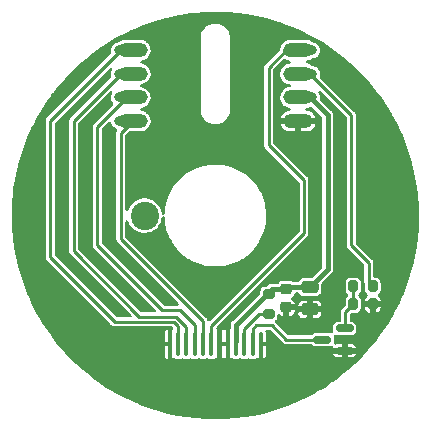
<source format=gbl>
%TF.GenerationSoftware,KiCad,Pcbnew,(6.0.8)*%
%TF.CreationDate,2022-10-29T15:14:35+02:00*%
%TF.ProjectId,view_screen,76696577-5f73-4637-9265-656e2e6b6963,rev?*%
%TF.SameCoordinates,Original*%
%TF.FileFunction,Copper,L2,Bot*%
%TF.FilePolarity,Positive*%
%FSLAX46Y46*%
G04 Gerber Fmt 4.6, Leading zero omitted, Abs format (unit mm)*
G04 Created by KiCad (PCBNEW (6.0.8)) date 2022-10-29 15:14:35*
%MOMM*%
%LPD*%
G01*
G04 APERTURE LIST*
G04 Aperture macros list*
%AMRoundRect*
0 Rectangle with rounded corners*
0 $1 Rounding radius*
0 $2 $3 $4 $5 $6 $7 $8 $9 X,Y pos of 4 corners*
0 Add a 4 corners polygon primitive as box body*
4,1,4,$2,$3,$4,$5,$6,$7,$8,$9,$2,$3,0*
0 Add four circle primitives for the rounded corners*
1,1,$1+$1,$2,$3*
1,1,$1+$1,$4,$5*
1,1,$1+$1,$6,$7*
1,1,$1+$1,$8,$9*
0 Add four rect primitives between the rounded corners*
20,1,$1+$1,$2,$3,$4,$5,0*
20,1,$1+$1,$4,$5,$6,$7,0*
20,1,$1+$1,$6,$7,$8,$9,0*
20,1,$1+$1,$8,$9,$2,$3,0*%
G04 Aperture macros list end*
%TA.AperFunction,ComponentPad*%
%ADD10C,2.400000*%
%TD*%
%TA.AperFunction,SMDPad,CuDef*%
%ADD11RoundRect,0.087500X0.087500X-0.912500X0.087500X0.912500X-0.087500X0.912500X-0.087500X-0.912500X0*%
%TD*%
%TA.AperFunction,SMDPad,CuDef*%
%ADD12RoundRect,0.150000X0.587500X0.150000X-0.587500X0.150000X-0.587500X-0.150000X0.587500X-0.150000X0*%
%TD*%
%TA.AperFunction,SMDPad,CuDef*%
%ADD13RoundRect,0.200000X0.200000X0.275000X-0.200000X0.275000X-0.200000X-0.275000X0.200000X-0.275000X0*%
%TD*%
%TA.AperFunction,SMDPad,CuDef*%
%ADD14RoundRect,0.200000X-0.275000X0.200000X-0.275000X-0.200000X0.275000X-0.200000X0.275000X0.200000X0*%
%TD*%
%TA.AperFunction,SMDPad,CuDef*%
%ADD15RoundRect,0.200000X-0.200000X-0.275000X0.200000X-0.275000X0.200000X0.275000X-0.200000X0.275000X0*%
%TD*%
%TA.AperFunction,SMDPad,CuDef*%
%ADD16RoundRect,0.225000X-0.250000X0.225000X-0.250000X-0.225000X0.250000X-0.225000X0.250000X0.225000X0*%
%TD*%
%TA.AperFunction,SMDPad,CuDef*%
%ADD17RoundRect,0.250000X-0.475000X0.250000X-0.475000X-0.250000X0.475000X-0.250000X0.475000X0.250000X0*%
%TD*%
%TA.AperFunction,SMDPad,CuDef*%
%ADD18O,2.500000X1.250000*%
%TD*%
%TA.AperFunction,ViaPad*%
%ADD19C,0.800000*%
%TD*%
%TA.AperFunction,Conductor*%
%ADD20C,0.400000*%
%TD*%
%TA.AperFunction,Conductor*%
%ADD21C,0.250000*%
%TD*%
G04 APERTURE END LIST*
D10*
%TO.P,H1,1,1*%
%TO.N,unconnected-(H1-Pad1)*%
X94000000Y-100000000D03*
%TD*%
D11*
%TO.P,J2,1,Pin_1*%
%TO.N,GND*%
X103850000Y-110900000D03*
%TO.P,J2,2,Pin_2*%
%TO.N,/LEDK*%
X103150000Y-110900000D03*
%TO.P,J2,3,Pin_3*%
%TO.N,/LEDA*%
X102450000Y-110900000D03*
%TO.P,J2,4,Pin_4*%
%TO.N,/VDD*%
X101750000Y-110900000D03*
%TO.P,J2,5,Pin_5*%
%TO.N,GND*%
X101050000Y-110900000D03*
%TO.P,J2,6,Pin_6*%
X100350000Y-110900000D03*
%TO.P,J2,7,Pin_7*%
%TO.N,/DC*%
X99650000Y-110900000D03*
%TO.P,J2,8,Pin_8*%
%TO.N,/nCS*%
X98950000Y-110900000D03*
%TO.P,J2,9,Pin_9*%
%TO.N,/SCK*%
X98250000Y-110900000D03*
%TO.P,J2,10,Pin_10*%
%TO.N,/MOSI*%
X97550000Y-110900000D03*
%TO.P,J2,11,Pin_11*%
%TO.N,/nRESET*%
X96850000Y-110900000D03*
%TO.P,J2,12,Pin_12*%
%TO.N,GND*%
X96150000Y-110900000D03*
%TD*%
D12*
%TO.P,Q1,1,G*%
%TO.N,Net-(Q1-Pad1)*%
X110937500Y-109550000D03*
%TO.P,Q1,2,S*%
%TO.N,GND*%
X110937500Y-111450000D03*
%TO.P,Q1,3,D*%
%TO.N,/LEDK*%
X109062500Y-110500000D03*
%TD*%
D13*
%TO.P,R1,1*%
%TO.N,/BACKLIGHT_EN*%
X113325000Y-106000000D03*
%TO.P,R1,2*%
%TO.N,Net-(Q1-Pad1)*%
X111675000Y-106000000D03*
%TD*%
D14*
%TO.P,R2,1*%
%TO.N,/VDD*%
X104500000Y-106675000D03*
%TO.P,R2,2*%
%TO.N,/LEDA*%
X104500000Y-108325000D03*
%TD*%
D15*
%TO.P,R3,1*%
%TO.N,Net-(Q1-Pad1)*%
X111675000Y-107500000D03*
%TO.P,R3,2*%
%TO.N,GND*%
X113325000Y-107500000D03*
%TD*%
D16*
%TO.P,C2,1*%
%TO.N,/VDD*%
X106000000Y-106225000D03*
%TO.P,C2,2*%
%TO.N,GND*%
X106000000Y-107775000D03*
%TD*%
D17*
%TO.P,C1,1*%
%TO.N,/VDD*%
X108000000Y-106050000D03*
%TO.P,C1,2*%
%TO.N,GND*%
X108000000Y-107950000D03*
%TD*%
D18*
%TO.P,J3,1,Pin_1*%
%TO.N,/nCS*%
X93000000Y-92000000D03*
%TO.P,J3,2,Pin_2*%
%TO.N,/SCK*%
X93000000Y-90000000D03*
%TO.P,J3,3,Pin_3*%
%TO.N,/MOSI*%
X93000000Y-88000000D03*
%TO.P,J3,4,Pin_4*%
%TO.N,/nRESET*%
X93000000Y-86000000D03*
%TD*%
%TO.P,J1,1,Pin_1*%
%TO.N,GND*%
X107000000Y-92000000D03*
%TO.P,J1,2,Pin_2*%
%TO.N,/VDD*%
X107000000Y-90000000D03*
%TO.P,J1,3,Pin_3*%
%TO.N,/BACKLIGHT_EN*%
X107000000Y-88000000D03*
%TO.P,J1,4,Pin_4*%
%TO.N,/DC*%
X107000000Y-86000000D03*
%TD*%
D19*
%TO.N,GND*%
X93250000Y-107000000D03*
X85000000Y-98500000D03*
X107750000Y-109000000D03*
X105500000Y-93000000D03*
X91000000Y-98500000D03*
X115000000Y-101500000D03*
X100000000Y-116500000D03*
X89000000Y-98500000D03*
X95750000Y-107000000D03*
X87000000Y-98500000D03*
X90750000Y-107000000D03*
X100000000Y-107500000D03*
X98500000Y-92500000D03*
%TO.N,/VDD*%
X108200000Y-90000000D03*
%TO.N,/DC*%
X108200000Y-86000000D03*
%TO.N,/BACKLIGHT_EN*%
X108200000Y-88000000D03*
%TO.N,/nRESET*%
X91800000Y-86000000D03*
%TO.N,/MOSI*%
X91800000Y-88000000D03*
%TO.N,/SCK*%
X91800000Y-90000000D03*
%TO.N,/nCS*%
X91800000Y-92000000D03*
%TD*%
D20*
%TO.N,/VDD*%
X101750000Y-109250000D02*
X101750000Y-110600000D01*
X108000000Y-90000000D02*
X109500000Y-91500000D01*
X109500000Y-104550000D02*
X108000000Y-106050000D01*
X109500000Y-91500000D02*
X109500000Y-104550000D01*
X106000000Y-106225000D02*
X104775000Y-106225000D01*
D21*
X106175000Y-106050000D02*
X106000000Y-106225000D01*
D20*
X108000000Y-106050000D02*
X106175000Y-106050000D01*
X104775000Y-106225000D02*
X101750000Y-109250000D01*
X108000000Y-90000000D02*
X107000000Y-90000000D01*
D21*
%TO.N,/DC*%
X107500000Y-101500000D02*
X107500000Y-97000000D01*
X99650000Y-110600000D02*
X99650000Y-109350000D01*
X104500000Y-87500000D02*
X106000000Y-86000000D01*
X106000000Y-86000000D02*
X107000000Y-86000000D01*
X104500000Y-94000000D02*
X104500000Y-87500000D01*
X99650000Y-109350000D02*
X107500000Y-101500000D01*
X107500000Y-97000000D02*
X104500000Y-94000000D01*
%TO.N,/BACKLIGHT_EN*%
X113000000Y-105675000D02*
X113325000Y-106000000D01*
X113000000Y-104000000D02*
X113000000Y-105675000D01*
X111500000Y-102500000D02*
X113000000Y-104000000D01*
X107000000Y-88000000D02*
X108000000Y-88000000D01*
X111500000Y-91500000D02*
X111500000Y-102500000D01*
X108000000Y-88000000D02*
X111500000Y-91500000D01*
%TO.N,/nRESET*%
X96500000Y-109000000D02*
X91500000Y-109000000D01*
X96850000Y-109350000D02*
X96500000Y-109000000D01*
X96850000Y-110600000D02*
X96850000Y-109350000D01*
X91500000Y-109000000D02*
X86000000Y-103500000D01*
X86000000Y-103500000D02*
X86000000Y-92000000D01*
X86000000Y-92000000D02*
X92000000Y-86000000D01*
X92000000Y-86000000D02*
X93000000Y-86000000D01*
%TO.N,/MOSI*%
X88000000Y-103000000D02*
X93549991Y-108549991D01*
X93549991Y-108549991D02*
X96686401Y-108549991D01*
X92000000Y-88000000D02*
X88000000Y-92000000D01*
X88000000Y-92000000D02*
X88000000Y-103000000D01*
X96686401Y-108549991D02*
X97550000Y-109413589D01*
X93000000Y-88000000D02*
X92000000Y-88000000D01*
X97550000Y-109413589D02*
X97550000Y-110600000D01*
%TO.N,/SCK*%
X92500000Y-90000000D02*
X93000000Y-90000000D01*
X98250000Y-110600000D02*
X98250000Y-109250000D01*
X95500000Y-108000000D02*
X90000000Y-102500000D01*
X97000000Y-108000000D02*
X95500000Y-108000000D01*
X98250000Y-109250000D02*
X97000000Y-108000000D01*
X90000000Y-102500000D02*
X90000000Y-92500000D01*
X90000000Y-92500000D02*
X92500000Y-90000000D01*
%TO.N,/nCS*%
X92000000Y-93000000D02*
X93000000Y-92000000D01*
X92000000Y-102000000D02*
X92000000Y-93000000D01*
X98950000Y-110600000D02*
X98950000Y-108950000D01*
X98950000Y-108950000D02*
X92000000Y-102000000D01*
%TO.N,/LEDA*%
X103725000Y-108325000D02*
X104500000Y-108325000D01*
X102450000Y-109600000D02*
X103725000Y-108325000D01*
X102450000Y-110600000D02*
X102450000Y-109600000D01*
%TO.N,/LEDK*%
X103150000Y-109600000D02*
X103475010Y-109274990D01*
X104774990Y-109274990D02*
X106000000Y-110500000D01*
X103475010Y-109274990D02*
X104774990Y-109274990D01*
X103150000Y-110600000D02*
X103150000Y-109600000D01*
X106000000Y-110500000D02*
X109000000Y-110500000D01*
%TO.N,Net-(Q1-Pad1)*%
X111000000Y-108175000D02*
X111675000Y-107500000D01*
X111675000Y-106000000D02*
X111675000Y-107500000D01*
X111000000Y-109550000D02*
X111000000Y-108175000D01*
%TD*%
%TA.AperFunction,Conductor*%
%TO.N,GND*%
G36*
X100273827Y-82756744D02*
G01*
X100676868Y-82772579D01*
X101079892Y-82788414D01*
X101085817Y-82788787D01*
X101889455Y-82858389D01*
X101895358Y-82859040D01*
X102694869Y-82966428D01*
X102700701Y-82967353D01*
X103494260Y-83112282D01*
X103500047Y-83113480D01*
X104285908Y-83295633D01*
X104291635Y-83297104D01*
X104610219Y-83386954D01*
X105068004Y-83516063D01*
X105073672Y-83517806D01*
X105451907Y-83643995D01*
X105838887Y-83773101D01*
X105844473Y-83775113D01*
X106596798Y-84066166D01*
X106602283Y-84068437D01*
X107340063Y-84394605D01*
X107345435Y-84397133D01*
X108067025Y-84757692D01*
X108072272Y-84760470D01*
X108468272Y-84982240D01*
X108776100Y-85154631D01*
X108781189Y-85157641D01*
X109081772Y-85345102D01*
X109465647Y-85584509D01*
X109470609Y-85587768D01*
X110134214Y-86046413D01*
X110139017Y-86049903D01*
X110780265Y-86539288D01*
X110784873Y-86542979D01*
X111402388Y-87062055D01*
X111406826Y-87065968D01*
X111694192Y-87331606D01*
X111940122Y-87558941D01*
X111999193Y-87613546D01*
X112003433Y-87617654D01*
X112569356Y-88192539D01*
X112573402Y-88196847D01*
X113111627Y-88797763D01*
X113115433Y-88802219D01*
X113624741Y-89427805D01*
X113628379Y-89432496D01*
X114107632Y-90081352D01*
X114111046Y-90086209D01*
X114526643Y-90708193D01*
X114559211Y-90756935D01*
X114562385Y-90761936D01*
X114962973Y-91427310D01*
X114978449Y-91453016D01*
X114981383Y-91458159D01*
X115364458Y-92168122D01*
X115367131Y-92173368D01*
X115716324Y-92900561D01*
X115718747Y-92905925D01*
X115847245Y-93209384D01*
X116033306Y-93648783D01*
X116035491Y-93654303D01*
X116314688Y-94411099D01*
X116316611Y-94416716D01*
X116559847Y-95185819D01*
X116561502Y-95191515D01*
X116761688Y-95946519D01*
X116768243Y-95971243D01*
X116769629Y-95977016D01*
X116939412Y-96765625D01*
X116940524Y-96771456D01*
X117072964Y-97567150D01*
X117073801Y-97573027D01*
X117141893Y-98148329D01*
X117168617Y-98374122D01*
X117169174Y-98380027D01*
X117218578Y-99077779D01*
X117226145Y-99184657D01*
X117226425Y-99190580D01*
X117229358Y-99315056D01*
X117245453Y-99998025D01*
X117245484Y-100001982D01*
X117245101Y-100050778D01*
X117243396Y-100267906D01*
X117243388Y-100268893D01*
X117243296Y-100272826D01*
X117241897Y-100308425D01*
X117211586Y-101079892D01*
X117211213Y-101085817D01*
X117141611Y-101889455D01*
X117140960Y-101895356D01*
X117036597Y-102672349D01*
X117033574Y-102694853D01*
X117032647Y-102700701D01*
X116887721Y-103494246D01*
X116886520Y-103500047D01*
X116716619Y-104233050D01*
X116704370Y-104285896D01*
X116702896Y-104291635D01*
X116568832Y-104766989D01*
X116483937Y-105068004D01*
X116482192Y-105073678D01*
X116226899Y-105838887D01*
X116224887Y-105844473D01*
X115933834Y-106596798D01*
X115931563Y-106602283D01*
X115796442Y-106907922D01*
X115607823Y-107334572D01*
X115605395Y-107340063D01*
X115602869Y-107345431D01*
X115592389Y-107366405D01*
X115242308Y-108067025D01*
X115239530Y-108072272D01*
X115018071Y-108467717D01*
X114870521Y-108731188D01*
X114845375Y-108776089D01*
X114842359Y-108781189D01*
X114665873Y-109064174D01*
X114415491Y-109465647D01*
X114412232Y-109470609D01*
X113953587Y-110134214D01*
X113950097Y-110139017D01*
X113643157Y-110541205D01*
X113479543Y-110755591D01*
X113460712Y-110780265D01*
X113457021Y-110784873D01*
X112937945Y-111402388D01*
X112934032Y-111406826D01*
X112456049Y-111923906D01*
X112386454Y-111999193D01*
X112382346Y-112003433D01*
X111807461Y-112569356D01*
X111803153Y-112573402D01*
X111202237Y-113111627D01*
X111197781Y-113115433D01*
X110572195Y-113624741D01*
X110567504Y-113628379D01*
X109918648Y-114107632D01*
X109913791Y-114111046D01*
X109243053Y-114559218D01*
X109238064Y-114562385D01*
X108546970Y-114978457D01*
X108541841Y-114981383D01*
X107831878Y-115364458D01*
X107826632Y-115367131D01*
X107099439Y-115716324D01*
X107094075Y-115718747D01*
X106460279Y-115987124D01*
X106351217Y-116033306D01*
X106345697Y-116035491D01*
X105588901Y-116314688D01*
X105583284Y-116316611D01*
X105111593Y-116465788D01*
X104814174Y-116559849D01*
X104808485Y-116561502D01*
X104028745Y-116768246D01*
X104022984Y-116769629D01*
X103234375Y-116939412D01*
X103228544Y-116940524D01*
X102432850Y-117072964D01*
X102426973Y-117073801D01*
X101625872Y-117168618D01*
X101619973Y-117169174D01*
X100815334Y-117226145D01*
X100809422Y-117226425D01*
X100101231Y-117243114D01*
X100002969Y-117245430D01*
X99997031Y-117245430D01*
X99898769Y-117243114D01*
X99190578Y-117226425D01*
X99184666Y-117226145D01*
X98380027Y-117169174D01*
X98374128Y-117168618D01*
X97573027Y-117073801D01*
X97567150Y-117072964D01*
X96771456Y-116940524D01*
X96765625Y-116939412D01*
X95977016Y-116769629D01*
X95971255Y-116768246D01*
X95191515Y-116561502D01*
X95185826Y-116559849D01*
X94888407Y-116465788D01*
X94416716Y-116316611D01*
X94411099Y-116314688D01*
X93654303Y-116035491D01*
X93648783Y-116033306D01*
X93539721Y-115987124D01*
X92905925Y-115718747D01*
X92900561Y-115716324D01*
X92173368Y-115367131D01*
X92168122Y-115364458D01*
X91458159Y-114981383D01*
X91453030Y-114978457D01*
X90761936Y-114562385D01*
X90756947Y-114559218D01*
X90086209Y-114111046D01*
X90081352Y-114107632D01*
X89432496Y-113628379D01*
X89427805Y-113624741D01*
X88802219Y-113115433D01*
X88797763Y-113111627D01*
X88196847Y-112573402D01*
X88192539Y-112569356D01*
X87617654Y-112003433D01*
X87613546Y-111999193D01*
X87543952Y-111923906D01*
X87474148Y-111848392D01*
X95721000Y-111848392D01*
X95721538Y-111856600D01*
X95726290Y-111892694D01*
X95731622Y-111910986D01*
X95773784Y-112001405D01*
X95786241Y-112019195D01*
X95855805Y-112088759D01*
X95873595Y-112101216D01*
X95964008Y-112143376D01*
X95966070Y-112143977D01*
X95971222Y-112143173D01*
X95975000Y-112130016D01*
X95975000Y-111093115D01*
X95970525Y-111077876D01*
X95969135Y-111076671D01*
X95961452Y-111075000D01*
X95739115Y-111075000D01*
X95723876Y-111079475D01*
X95722671Y-111080865D01*
X95721000Y-111088548D01*
X95721000Y-111848392D01*
X87474148Y-111848392D01*
X87065968Y-111406826D01*
X87062055Y-111402388D01*
X86542979Y-110784873D01*
X86539288Y-110780265D01*
X86520458Y-110755591D01*
X86483287Y-110706885D01*
X95721000Y-110706885D01*
X95725475Y-110722124D01*
X95726865Y-110723329D01*
X95734548Y-110725000D01*
X95956885Y-110725000D01*
X95972124Y-110720525D01*
X95973329Y-110719135D01*
X95975000Y-110711452D01*
X95975000Y-109670367D01*
X95970956Y-109656594D01*
X95966438Y-109655916D01*
X95964008Y-109656624D01*
X95873595Y-109698784D01*
X95855805Y-109711241D01*
X95786241Y-109780805D01*
X95773784Y-109798595D01*
X95731622Y-109889014D01*
X95726290Y-109907306D01*
X95721538Y-109943400D01*
X95721000Y-109951608D01*
X95721000Y-110706885D01*
X86483287Y-110706885D01*
X86356843Y-110541205D01*
X86049903Y-110139017D01*
X86046413Y-110134214D01*
X85587768Y-109470609D01*
X85584509Y-109465647D01*
X85334127Y-109064174D01*
X85157641Y-108781189D01*
X85154625Y-108776089D01*
X85129480Y-108731188D01*
X84981929Y-108467717D01*
X84760470Y-108072272D01*
X84757692Y-108067025D01*
X84407611Y-107366405D01*
X84397131Y-107345431D01*
X84394605Y-107340063D01*
X84392178Y-107334572D01*
X84203558Y-106907922D01*
X84068437Y-106602283D01*
X84066166Y-106596798D01*
X83775113Y-105844473D01*
X83773101Y-105838887D01*
X83517808Y-105073678D01*
X83516063Y-105068004D01*
X83431168Y-104766989D01*
X83297104Y-104291635D01*
X83295630Y-104285896D01*
X83283381Y-104233050D01*
X83113480Y-103500047D01*
X83112279Y-103494246D01*
X83110020Y-103481876D01*
X85615680Y-103481876D01*
X85616904Y-103492217D01*
X85619627Y-103515223D01*
X85619977Y-103521154D01*
X85620072Y-103521146D01*
X85620500Y-103526324D01*
X85620500Y-103531524D01*
X85621354Y-103536653D01*
X85621354Y-103536656D01*
X85623669Y-103550565D01*
X85624506Y-103556443D01*
X85625709Y-103566603D01*
X85630530Y-103607341D01*
X85634493Y-103615593D01*
X85635996Y-103624626D01*
X85640943Y-103633795D01*
X85640944Y-103633797D01*
X85660334Y-103669732D01*
X85663031Y-103675025D01*
X85681785Y-103714082D01*
X85681788Y-103714086D01*
X85685219Y-103721232D01*
X85688814Y-103725508D01*
X85690737Y-103727431D01*
X85692509Y-103729363D01*
X85692552Y-103729442D01*
X85692428Y-103729555D01*
X85692904Y-103730095D01*
X85695990Y-103735814D01*
X85703635Y-103742881D01*
X85735586Y-103772416D01*
X85739152Y-103775846D01*
X91193522Y-109230216D01*
X91208664Y-109248964D01*
X91209779Y-109250189D01*
X91215429Y-109258940D01*
X91223607Y-109265387D01*
X91223609Y-109265389D01*
X91241800Y-109279729D01*
X91246241Y-109283675D01*
X91246303Y-109283602D01*
X91250267Y-109286961D01*
X91253944Y-109290638D01*
X91269692Y-109301892D01*
X91274362Y-109305398D01*
X91314647Y-109337156D01*
X91323281Y-109340188D01*
X91330734Y-109345514D01*
X91379850Y-109360203D01*
X91385492Y-109362036D01*
X91426367Y-109376390D01*
X91433851Y-109379018D01*
X91439416Y-109379500D01*
X91442124Y-109379500D01*
X91444758Y-109379614D01*
X91444856Y-109379643D01*
X91444849Y-109379807D01*
X91445553Y-109379851D01*
X91451778Y-109381713D01*
X91505635Y-109379597D01*
X91510582Y-109379500D01*
X96290616Y-109379500D01*
X96358737Y-109399502D01*
X96379711Y-109416405D01*
X96405452Y-109442146D01*
X96439478Y-109504458D01*
X96434413Y-109575273D01*
X96391866Y-109632109D01*
X96335784Y-109655734D01*
X96328778Y-109656827D01*
X96325000Y-109669984D01*
X96325000Y-112129633D01*
X96329044Y-112143406D01*
X96333562Y-112144084D01*
X96335992Y-112143376D01*
X96426408Y-112101214D01*
X96427287Y-112100599D01*
X96428879Y-112100062D01*
X96436398Y-112096556D01*
X96436789Y-112097394D01*
X96494561Y-112077911D01*
X96560903Y-112094564D01*
X96563311Y-112096972D01*
X96573299Y-112101629D01*
X96573301Y-112101631D01*
X96662824Y-112143376D01*
X96672618Y-112147943D01*
X96682174Y-112149201D01*
X96682177Y-112149202D01*
X96718337Y-112153962D01*
X96722424Y-112154500D01*
X96977576Y-112154500D01*
X96981663Y-112153962D01*
X97017823Y-112149202D01*
X97017826Y-112149201D01*
X97027382Y-112147943D01*
X97037612Y-112143173D01*
X97066648Y-112129633D01*
X97136689Y-112096972D01*
X97137058Y-112097763D01*
X97195002Y-112078221D01*
X97261168Y-112094829D01*
X97263311Y-112096972D01*
X97333352Y-112129633D01*
X97362389Y-112143173D01*
X97372618Y-112147943D01*
X97382174Y-112149201D01*
X97382177Y-112149202D01*
X97418337Y-112153962D01*
X97422424Y-112154500D01*
X97677576Y-112154500D01*
X97681663Y-112153962D01*
X97717823Y-112149202D01*
X97717826Y-112149201D01*
X97727382Y-112147943D01*
X97737612Y-112143173D01*
X97766648Y-112129633D01*
X97836689Y-112096972D01*
X97837058Y-112097763D01*
X97895002Y-112078221D01*
X97961168Y-112094829D01*
X97963311Y-112096972D01*
X98033352Y-112129633D01*
X98062389Y-112143173D01*
X98072618Y-112147943D01*
X98082174Y-112149201D01*
X98082177Y-112149202D01*
X98118337Y-112153962D01*
X98122424Y-112154500D01*
X98377576Y-112154500D01*
X98381663Y-112153962D01*
X98417823Y-112149202D01*
X98417826Y-112149201D01*
X98427382Y-112147943D01*
X98437612Y-112143173D01*
X98466648Y-112129633D01*
X98536689Y-112096972D01*
X98537058Y-112097763D01*
X98595002Y-112078221D01*
X98661168Y-112094829D01*
X98663311Y-112096972D01*
X98733352Y-112129633D01*
X98762389Y-112143173D01*
X98772618Y-112147943D01*
X98782174Y-112149201D01*
X98782177Y-112149202D01*
X98818337Y-112153962D01*
X98822424Y-112154500D01*
X99077576Y-112154500D01*
X99081663Y-112153962D01*
X99117823Y-112149202D01*
X99117826Y-112149201D01*
X99127382Y-112147943D01*
X99137612Y-112143173D01*
X99166648Y-112129633D01*
X99236689Y-112096972D01*
X99237058Y-112097763D01*
X99295002Y-112078221D01*
X99361168Y-112094829D01*
X99363311Y-112096972D01*
X99433352Y-112129633D01*
X99462389Y-112143173D01*
X99472618Y-112147943D01*
X99482174Y-112149201D01*
X99482177Y-112149202D01*
X99518337Y-112153962D01*
X99522424Y-112154500D01*
X99777576Y-112154500D01*
X99781663Y-112153962D01*
X99817823Y-112149202D01*
X99817826Y-112149201D01*
X99827382Y-112147943D01*
X99837176Y-112143376D01*
X99926699Y-112101631D01*
X99926701Y-112101629D01*
X99930838Y-112099700D01*
X99930842Y-112099699D01*
X99936689Y-112096972D01*
X99936993Y-112097624D01*
X99995446Y-112077911D01*
X100064307Y-112095196D01*
X100072713Y-112100599D01*
X100073592Y-112101214D01*
X100164008Y-112143376D01*
X100166070Y-112143977D01*
X100171222Y-112143173D01*
X100175000Y-112130016D01*
X100175000Y-112129633D01*
X100525000Y-112129633D01*
X100529044Y-112143406D01*
X100533562Y-112144084D01*
X100535992Y-112143376D01*
X100626408Y-112101214D01*
X100627731Y-112100288D01*
X100630129Y-112099479D01*
X100636398Y-112096556D01*
X100636724Y-112097255D01*
X100695005Y-112077601D01*
X100763865Y-112094887D01*
X100772269Y-112100288D01*
X100773592Y-112101214D01*
X100864008Y-112143376D01*
X100866070Y-112143977D01*
X100871222Y-112143173D01*
X100875000Y-112130016D01*
X100875000Y-111093115D01*
X100870525Y-111077876D01*
X100869135Y-111076671D01*
X100861452Y-111075000D01*
X100543115Y-111075000D01*
X100527876Y-111079475D01*
X100526671Y-111080865D01*
X100525000Y-111088548D01*
X100525000Y-112129633D01*
X100175000Y-112129633D01*
X100175000Y-110706885D01*
X100525000Y-110706885D01*
X100529475Y-110722124D01*
X100530865Y-110723329D01*
X100538548Y-110725000D01*
X100856885Y-110725000D01*
X100872124Y-110720525D01*
X100873329Y-110719135D01*
X100875000Y-110711452D01*
X100875000Y-109670367D01*
X100870956Y-109656594D01*
X100866438Y-109655916D01*
X100864008Y-109656624D01*
X100773592Y-109698786D01*
X100772269Y-109699712D01*
X100769871Y-109700521D01*
X100763602Y-109703444D01*
X100763276Y-109702745D01*
X100704995Y-109722399D01*
X100636135Y-109705113D01*
X100627731Y-109699712D01*
X100626408Y-109698786D01*
X100535992Y-109656624D01*
X100533930Y-109656023D01*
X100528778Y-109656827D01*
X100525000Y-109669984D01*
X100525000Y-110706885D01*
X100175000Y-110706885D01*
X100175000Y-109670367D01*
X100170956Y-109656593D01*
X100165097Y-109655715D01*
X100100694Y-109625834D01*
X100062670Y-109565879D01*
X100063096Y-109494883D01*
X100094682Y-109442012D01*
X103884618Y-105652077D01*
X107730219Y-101806476D01*
X107748961Y-101791339D01*
X107750190Y-101790221D01*
X107758940Y-101784571D01*
X107779729Y-101758200D01*
X107783676Y-101753759D01*
X107783603Y-101753697D01*
X107786963Y-101749732D01*
X107790638Y-101746057D01*
X107793655Y-101741835D01*
X107793660Y-101741829D01*
X107801862Y-101730350D01*
X107805428Y-101725600D01*
X107830711Y-101693528D01*
X107837156Y-101685353D01*
X107840189Y-101676716D01*
X107845513Y-101669266D01*
X107860202Y-101620151D01*
X107862034Y-101614514D01*
X107876390Y-101573633D01*
X107876390Y-101573632D01*
X107879018Y-101566149D01*
X107879500Y-101560584D01*
X107879500Y-101557876D01*
X107879614Y-101555242D01*
X107879643Y-101555144D01*
X107879807Y-101555151D01*
X107879851Y-101554447D01*
X107881713Y-101548222D01*
X107879597Y-101494365D01*
X107879500Y-101489418D01*
X107879500Y-97053925D01*
X107882050Y-97029967D01*
X107882128Y-97028308D01*
X107884321Y-97018124D01*
X107883097Y-97007782D01*
X107883097Y-97007779D01*
X107880374Y-96984779D01*
X107880024Y-96978848D01*
X107879928Y-96978856D01*
X107879500Y-96973680D01*
X107879500Y-96968476D01*
X107876327Y-96949412D01*
X107875496Y-96943566D01*
X107870694Y-96903001D01*
X107869470Y-96892659D01*
X107865507Y-96884407D01*
X107864004Y-96875374D01*
X107839665Y-96830266D01*
X107836969Y-96824975D01*
X107818215Y-96785919D01*
X107818214Y-96785918D01*
X107814781Y-96778768D01*
X107811187Y-96774493D01*
X107809262Y-96772568D01*
X107807491Y-96770638D01*
X107807445Y-96770553D01*
X107807568Y-96770441D01*
X107807096Y-96769906D01*
X107804010Y-96764186D01*
X107764413Y-96727583D01*
X107760848Y-96724154D01*
X104916405Y-93879711D01*
X104882379Y-93817399D01*
X104879500Y-93790616D01*
X104879500Y-92266298D01*
X105536603Y-92266298D01*
X105551094Y-92318908D01*
X105556091Y-92331528D01*
X105638794Y-92488388D01*
X105646387Y-92499646D01*
X105760845Y-92635087D01*
X105770671Y-92644445D01*
X105911546Y-92752153D01*
X105923155Y-92759184D01*
X106083874Y-92834127D01*
X106096721Y-92838500D01*
X106271397Y-92877546D01*
X106281331Y-92878924D01*
X106284042Y-92879000D01*
X106727885Y-92879000D01*
X106743124Y-92874525D01*
X106744329Y-92873135D01*
X106746000Y-92865452D01*
X106746000Y-92860885D01*
X107254000Y-92860885D01*
X107258475Y-92876124D01*
X107259865Y-92877329D01*
X107267548Y-92879000D01*
X107669293Y-92879000D01*
X107676107Y-92878631D01*
X107808080Y-92864294D01*
X107821332Y-92861380D01*
X107989402Y-92804819D01*
X108001725Y-92799124D01*
X108153727Y-92707792D01*
X108164532Y-92699591D01*
X108293385Y-92577742D01*
X108302174Y-92567414D01*
X108401852Y-92420742D01*
X108408221Y-92408765D01*
X108463394Y-92270821D01*
X108464730Y-92256782D01*
X108459909Y-92254000D01*
X107272115Y-92254000D01*
X107256876Y-92258475D01*
X107255671Y-92259865D01*
X107254000Y-92267548D01*
X107254000Y-92860885D01*
X106746000Y-92860885D01*
X106746000Y-92272115D01*
X106741525Y-92256876D01*
X106740135Y-92255671D01*
X106732452Y-92254000D01*
X105551331Y-92254000D01*
X105537800Y-92257973D01*
X105536603Y-92266298D01*
X104879500Y-92266298D01*
X104879500Y-87709384D01*
X104899502Y-87641263D01*
X104916405Y-87620289D01*
X105762220Y-86774474D01*
X105824532Y-86740448D01*
X105895347Y-86745513D01*
X105913583Y-86754339D01*
X105916709Y-86756729D01*
X105922893Y-86759613D01*
X105922897Y-86759615D01*
X106083715Y-86834605D01*
X106089896Y-86837487D01*
X106198982Y-86861871D01*
X106276385Y-86879173D01*
X106275861Y-86881516D01*
X106331470Y-86906573D01*
X106370154Y-86966105D01*
X106370513Y-87037101D01*
X106332431Y-87097020D01*
X106263047Y-87127476D01*
X106215834Y-87132605D01*
X106185027Y-87135952D01*
X106003917Y-87196902D01*
X105840120Y-87295321D01*
X105701278Y-87426617D01*
X105593869Y-87584665D01*
X105591337Y-87590995D01*
X105591335Y-87590999D01*
X105543985Y-87709384D01*
X105522904Y-87762090D01*
X105521790Y-87768820D01*
X105521789Y-87768823D01*
X105508305Y-87850273D01*
X105491693Y-87950615D01*
X105492050Y-87957431D01*
X105492050Y-87957435D01*
X105496869Y-88049385D01*
X105501694Y-88141445D01*
X105552440Y-88325675D01*
X105555624Y-88331714D01*
X105638378Y-88488672D01*
X105638380Y-88488676D01*
X105641562Y-88494710D01*
X105764903Y-88640665D01*
X105829710Y-88690214D01*
X105911288Y-88752585D01*
X105911292Y-88752587D01*
X105916709Y-88756729D01*
X106089896Y-88837487D01*
X106198982Y-88861871D01*
X106276385Y-88879173D01*
X106275861Y-88881516D01*
X106331470Y-88906573D01*
X106370154Y-88966105D01*
X106370513Y-89037101D01*
X106332431Y-89097020D01*
X106263047Y-89127476D01*
X106215834Y-89132605D01*
X106185027Y-89135952D01*
X106003917Y-89196902D01*
X105840120Y-89295321D01*
X105701278Y-89426617D01*
X105697443Y-89432260D01*
X105688292Y-89445725D01*
X105593869Y-89584665D01*
X105591337Y-89590995D01*
X105591335Y-89590999D01*
X105525439Y-89755752D01*
X105522904Y-89762090D01*
X105521790Y-89768820D01*
X105521789Y-89768823D01*
X105508305Y-89850273D01*
X105491693Y-89950615D01*
X105492050Y-89957431D01*
X105492050Y-89957435D01*
X105495207Y-90017663D01*
X105501694Y-90141445D01*
X105503505Y-90148019D01*
X105503505Y-90148020D01*
X105526411Y-90231177D01*
X105552440Y-90325675D01*
X105555624Y-90331714D01*
X105638378Y-90488672D01*
X105638380Y-90488676D01*
X105641562Y-90494710D01*
X105764903Y-90640665D01*
X105829710Y-90690214D01*
X105911288Y-90752585D01*
X105911292Y-90752587D01*
X105916709Y-90756729D01*
X106089896Y-90837487D01*
X106198982Y-90861871D01*
X106276385Y-90879173D01*
X106275990Y-90880939D01*
X106333509Y-90906860D01*
X106372190Y-90966395D01*
X106372544Y-91037390D01*
X106334458Y-91097307D01*
X106265080Y-91127758D01*
X106191920Y-91135706D01*
X106178668Y-91138620D01*
X106010598Y-91195181D01*
X105998275Y-91200876D01*
X105846273Y-91292208D01*
X105835468Y-91300409D01*
X105706615Y-91422258D01*
X105697826Y-91432586D01*
X105598148Y-91579258D01*
X105591779Y-91591235D01*
X105536606Y-91729179D01*
X105535270Y-91743218D01*
X105540091Y-91746000D01*
X108448669Y-91746000D01*
X108462200Y-91742027D01*
X108463397Y-91733702D01*
X108448906Y-91681092D01*
X108443909Y-91668472D01*
X108361206Y-91511612D01*
X108353613Y-91500354D01*
X108239155Y-91364913D01*
X108229329Y-91355555D01*
X108088454Y-91247847D01*
X108076845Y-91240816D01*
X107916126Y-91165873D01*
X107903279Y-91161500D01*
X107723559Y-91121327D01*
X107723956Y-91119552D01*
X107666466Y-91093640D01*
X107627788Y-91034104D01*
X107627438Y-90963109D01*
X107665527Y-90903194D01*
X107734900Y-90872747D01*
X107780572Y-90867785D01*
X107814973Y-90864048D01*
X107996083Y-90803098D01*
X108014306Y-90792148D01*
X108082996Y-90774208D01*
X108150484Y-90796253D01*
X108168296Y-90811056D01*
X109008595Y-91651355D01*
X109042621Y-91713667D01*
X109045500Y-91740450D01*
X109045500Y-104309550D01*
X109025498Y-104377671D01*
X109008595Y-104398645D01*
X108148645Y-105258595D01*
X108086333Y-105292621D01*
X108059550Y-105295500D01*
X107477244Y-105295500D01*
X107473848Y-105295869D01*
X107473847Y-105295869D01*
X107423403Y-105301349D01*
X107423402Y-105301349D01*
X107415552Y-105302202D01*
X107408159Y-105304974D01*
X107408157Y-105304974D01*
X107379626Y-105315670D01*
X107280236Y-105352929D01*
X107273057Y-105358309D01*
X107273054Y-105358311D01*
X107217442Y-105399990D01*
X107164596Y-105439596D01*
X107097109Y-105529645D01*
X107085552Y-105545065D01*
X107028693Y-105587580D01*
X106984726Y-105595500D01*
X106549512Y-105595500D01*
X106489337Y-105580106D01*
X106482635Y-105575083D01*
X106429692Y-105555236D01*
X106361419Y-105529642D01*
X106361418Y-105529642D01*
X106354024Y-105526870D01*
X106346174Y-105526017D01*
X106346173Y-105526017D01*
X106298786Y-105520869D01*
X106298785Y-105520869D01*
X106295389Y-105520500D01*
X106000044Y-105520500D01*
X105704612Y-105520501D01*
X105701218Y-105520870D01*
X105701212Y-105520870D01*
X105653834Y-105526016D01*
X105653830Y-105526017D01*
X105645976Y-105526870D01*
X105517365Y-105575083D01*
X105510186Y-105580463D01*
X105510183Y-105580465D01*
X105432251Y-105638873D01*
X105407456Y-105657456D01*
X105402077Y-105664633D01*
X105402074Y-105664636D01*
X105360532Y-105720065D01*
X105303672Y-105762580D01*
X105259706Y-105770500D01*
X104809456Y-105770500D01*
X104794647Y-105769627D01*
X104769915Y-105766700D01*
X104760562Y-105765593D01*
X104751298Y-105767285D01*
X104751295Y-105767285D01*
X104702320Y-105776229D01*
X104698418Y-105776878D01*
X104649164Y-105784284D01*
X104649161Y-105784285D01*
X104639849Y-105785685D01*
X104633282Y-105788838D01*
X104626117Y-105790147D01*
X104573533Y-105817462D01*
X104570043Y-105819205D01*
X104516647Y-105844846D01*
X104511352Y-105849741D01*
X104511213Y-105849834D01*
X104504834Y-105853148D01*
X104499746Y-105857494D01*
X104462164Y-105895076D01*
X104458599Y-105898506D01*
X104416288Y-105937617D01*
X104412570Y-105944017D01*
X104406963Y-105950277D01*
X104373644Y-105983596D01*
X104311332Y-106017622D01*
X104284549Y-106020501D01*
X104170686Y-106020501D01*
X104167738Y-106020780D01*
X104167729Y-106020780D01*
X104146522Y-106022784D01*
X104146520Y-106022784D01*
X104138873Y-106023507D01*
X104009924Y-106068791D01*
X103899990Y-106149990D01*
X103818791Y-106259924D01*
X103773507Y-106388873D01*
X103770500Y-106420685D01*
X103770500Y-106534550D01*
X103750498Y-106602671D01*
X103733595Y-106623645D01*
X101452989Y-108904251D01*
X101441900Y-108914106D01*
X101414941Y-108935359D01*
X101409587Y-108943106D01*
X101381258Y-108984094D01*
X101378976Y-108987287D01*
X101343791Y-109034924D01*
X101341377Y-109041797D01*
X101337236Y-109047789D01*
X101319477Y-109103944D01*
X101319374Y-109104270D01*
X101318129Y-109107999D01*
X101298507Y-109163874D01*
X101298224Y-109171078D01*
X101298191Y-109171249D01*
X101296025Y-109178097D01*
X101295500Y-109184768D01*
X101295500Y-109237938D01*
X101295403Y-109242884D01*
X101293142Y-109300437D01*
X101295039Y-109307592D01*
X101295500Y-109315967D01*
X101295500Y-109539860D01*
X101275498Y-109607981D01*
X101253150Y-109634087D01*
X101229203Y-109655346D01*
X101225000Y-109669984D01*
X101225000Y-112129633D01*
X101229044Y-112143406D01*
X101233562Y-112144084D01*
X101235992Y-112143376D01*
X101326408Y-112101214D01*
X101327287Y-112100599D01*
X101328879Y-112100062D01*
X101336398Y-112096556D01*
X101336789Y-112097394D01*
X101394561Y-112077911D01*
X101460903Y-112094564D01*
X101463311Y-112096972D01*
X101473299Y-112101629D01*
X101473301Y-112101631D01*
X101562824Y-112143376D01*
X101572618Y-112147943D01*
X101582174Y-112149201D01*
X101582177Y-112149202D01*
X101618337Y-112153962D01*
X101622424Y-112154500D01*
X101877576Y-112154500D01*
X101881663Y-112153962D01*
X101917823Y-112149202D01*
X101917826Y-112149201D01*
X101927382Y-112147943D01*
X101937612Y-112143173D01*
X101966648Y-112129633D01*
X102036689Y-112096972D01*
X102037058Y-112097763D01*
X102095002Y-112078221D01*
X102161168Y-112094829D01*
X102163311Y-112096972D01*
X102233352Y-112129633D01*
X102262389Y-112143173D01*
X102272618Y-112147943D01*
X102282174Y-112149201D01*
X102282177Y-112149202D01*
X102318337Y-112153962D01*
X102322424Y-112154500D01*
X102577576Y-112154500D01*
X102581663Y-112153962D01*
X102617823Y-112149202D01*
X102617826Y-112149201D01*
X102627382Y-112147943D01*
X102637612Y-112143173D01*
X102666648Y-112129633D01*
X102736689Y-112096972D01*
X102737058Y-112097763D01*
X102795002Y-112078221D01*
X102861168Y-112094829D01*
X102863311Y-112096972D01*
X102933352Y-112129633D01*
X102962389Y-112143173D01*
X102972618Y-112147943D01*
X102982174Y-112149201D01*
X102982177Y-112149202D01*
X103018337Y-112153962D01*
X103022424Y-112154500D01*
X103277576Y-112154500D01*
X103281663Y-112153962D01*
X103317823Y-112149202D01*
X103317826Y-112149201D01*
X103327382Y-112147943D01*
X103337176Y-112143376D01*
X103426699Y-112101631D01*
X103426701Y-112101629D01*
X103430838Y-112099700D01*
X103430842Y-112099699D01*
X103436689Y-112096972D01*
X103436993Y-112097624D01*
X103495446Y-112077911D01*
X103564307Y-112095196D01*
X103572713Y-112100599D01*
X103573592Y-112101214D01*
X103664008Y-112143376D01*
X103666070Y-112143977D01*
X103671222Y-112143173D01*
X103675000Y-112130016D01*
X103675000Y-112129633D01*
X104025000Y-112129633D01*
X104029044Y-112143406D01*
X104033562Y-112144084D01*
X104035992Y-112143376D01*
X104126405Y-112101216D01*
X104144195Y-112088759D01*
X104213759Y-112019195D01*
X104226216Y-112001405D01*
X104268378Y-111910986D01*
X104273710Y-111892694D01*
X104278462Y-111856600D01*
X104279000Y-111848392D01*
X104279000Y-111720273D01*
X109960625Y-111720273D01*
X109965486Y-111735234D01*
X110014583Y-111831593D01*
X110026094Y-111847436D01*
X110102564Y-111923906D01*
X110118407Y-111935417D01*
X110214768Y-111984515D01*
X110233392Y-111990567D01*
X110313315Y-112003225D01*
X110323158Y-112004000D01*
X110665385Y-112004000D01*
X110680624Y-111999525D01*
X110681829Y-111998135D01*
X110683500Y-111990452D01*
X110683500Y-111985884D01*
X111191500Y-111985884D01*
X111195975Y-112001123D01*
X111197365Y-112002328D01*
X111205048Y-112003999D01*
X111551840Y-112003999D01*
X111561687Y-112003224D01*
X111641607Y-111990567D01*
X111660233Y-111984515D01*
X111756593Y-111935417D01*
X111772436Y-111923906D01*
X111848906Y-111847436D01*
X111860417Y-111831593D01*
X111909516Y-111735231D01*
X111914479Y-111719955D01*
X111912962Y-111708212D01*
X111898988Y-111704000D01*
X111209615Y-111704000D01*
X111194376Y-111708475D01*
X111193171Y-111709865D01*
X111191500Y-111717548D01*
X111191500Y-111985884D01*
X110683500Y-111985884D01*
X110683500Y-111722115D01*
X110679025Y-111706876D01*
X110677635Y-111705671D01*
X110669952Y-111704000D01*
X109975552Y-111704000D01*
X109962316Y-111707887D01*
X109960625Y-111720273D01*
X104279000Y-111720273D01*
X104279000Y-111093115D01*
X104274525Y-111077876D01*
X104273135Y-111076671D01*
X104265452Y-111075000D01*
X104043115Y-111075000D01*
X104027876Y-111079475D01*
X104026671Y-111080865D01*
X104025000Y-111088548D01*
X104025000Y-112129633D01*
X103675000Y-112129633D01*
X103675000Y-110851000D01*
X103695002Y-110782879D01*
X103748658Y-110736386D01*
X103801000Y-110725000D01*
X104260885Y-110725000D01*
X104276124Y-110720525D01*
X104277329Y-110719135D01*
X104279000Y-110711452D01*
X104279000Y-109951608D01*
X104278462Y-109943400D01*
X104273710Y-109907306D01*
X104268378Y-109889013D01*
X104242604Y-109833739D01*
X104231943Y-109763547D01*
X104260924Y-109698735D01*
X104320344Y-109659879D01*
X104356799Y-109654490D01*
X104565606Y-109654490D01*
X104633727Y-109674492D01*
X104654701Y-109691395D01*
X105693522Y-110730216D01*
X105708664Y-110748964D01*
X105709779Y-110750189D01*
X105715429Y-110758940D01*
X105723607Y-110765387D01*
X105723609Y-110765389D01*
X105741800Y-110779729D01*
X105746241Y-110783675D01*
X105746303Y-110783602D01*
X105750267Y-110786961D01*
X105753944Y-110790638D01*
X105769692Y-110801892D01*
X105774362Y-110805398D01*
X105814647Y-110837156D01*
X105823281Y-110840188D01*
X105830734Y-110845514D01*
X105879850Y-110860203D01*
X105885492Y-110862036D01*
X105926367Y-110876390D01*
X105933851Y-110879018D01*
X105939416Y-110879500D01*
X105942124Y-110879500D01*
X105944758Y-110879614D01*
X105944856Y-110879643D01*
X105944849Y-110879807D01*
X105945553Y-110879851D01*
X105951778Y-110881713D01*
X106005635Y-110879597D01*
X106010582Y-110879500D01*
X108080261Y-110879500D01*
X108148382Y-110899502D01*
X108169356Y-110916405D01*
X108234277Y-110981326D01*
X108348445Y-111039498D01*
X108443166Y-111054500D01*
X109681834Y-111054500D01*
X109776555Y-111039498D01*
X109785389Y-111034997D01*
X109794822Y-111031932D01*
X109795679Y-111034571D01*
X109850478Y-111024275D01*
X109916265Y-111050970D01*
X109957176Y-111108994D01*
X109959943Y-111173436D01*
X109960984Y-111173601D01*
X109960270Y-111178106D01*
X109962038Y-111191788D01*
X109976012Y-111196000D01*
X110665385Y-111196000D01*
X110680624Y-111191525D01*
X110681829Y-111190135D01*
X110683500Y-111182452D01*
X110683500Y-111177885D01*
X111191500Y-111177885D01*
X111195975Y-111193124D01*
X111197365Y-111194329D01*
X111205048Y-111196000D01*
X111899448Y-111196000D01*
X111912684Y-111192113D01*
X111914375Y-111179727D01*
X111909514Y-111164766D01*
X111860417Y-111068407D01*
X111848906Y-111052564D01*
X111772436Y-110976094D01*
X111756593Y-110964583D01*
X111660232Y-110915485D01*
X111641608Y-110909433D01*
X111561685Y-110896775D01*
X111551842Y-110896000D01*
X111209615Y-110896000D01*
X111194376Y-110900475D01*
X111193171Y-110901865D01*
X111191500Y-110909548D01*
X111191500Y-111177885D01*
X110683500Y-111177885D01*
X110683500Y-110914116D01*
X110679025Y-110898877D01*
X110677635Y-110897672D01*
X110669952Y-110896001D01*
X110323160Y-110896001D01*
X110313313Y-110896776D01*
X110233393Y-110909433D01*
X110205334Y-110918550D01*
X110204451Y-110915833D01*
X110149930Y-110926071D01*
X110084146Y-110899370D01*
X110043240Y-110841342D01*
X110040471Y-110776709D01*
X110039498Y-110776555D01*
X110040259Y-110771753D01*
X110040259Y-110771751D01*
X110041267Y-110765389D01*
X110053725Y-110686726D01*
X110054500Y-110681834D01*
X110054500Y-110318166D01*
X110039498Y-110223445D01*
X110042435Y-110222980D01*
X110040867Y-110167931D01*
X110077535Y-110107136D01*
X110141250Y-110075817D01*
X110204794Y-110083113D01*
X110205178Y-110081932D01*
X110211012Y-110083827D01*
X110211783Y-110083916D01*
X110212937Y-110084453D01*
X110214611Y-110084997D01*
X110223445Y-110089498D01*
X110318166Y-110104500D01*
X111556834Y-110104500D01*
X111651555Y-110089498D01*
X111765723Y-110031326D01*
X111856326Y-109940723D01*
X111914498Y-109826555D01*
X111929500Y-109731834D01*
X111929500Y-109368166D01*
X111914498Y-109273445D01*
X111856326Y-109159277D01*
X111765723Y-109068674D01*
X111651555Y-109010502D01*
X111556834Y-108995500D01*
X111505500Y-108995500D01*
X111437379Y-108975498D01*
X111390886Y-108921842D01*
X111379500Y-108869500D01*
X111379500Y-108384384D01*
X111399502Y-108316263D01*
X111416405Y-108295289D01*
X111445289Y-108266405D01*
X111507601Y-108232379D01*
X111534384Y-108229500D01*
X111905255Y-108229499D01*
X111929314Y-108229499D01*
X111932262Y-108229220D01*
X111932271Y-108229220D01*
X111953478Y-108227216D01*
X111953480Y-108227216D01*
X111961127Y-108226493D01*
X111969787Y-108223452D01*
X111992567Y-108215452D01*
X112090076Y-108181209D01*
X112200010Y-108100010D01*
X112281209Y-107990076D01*
X112326493Y-107861127D01*
X112329500Y-107829315D01*
X112329500Y-107826283D01*
X112671001Y-107826283D01*
X112671280Y-107832207D01*
X112673281Y-107853382D01*
X112676549Y-107868280D01*
X112716116Y-107980951D01*
X112724837Y-107997420D01*
X112794752Y-108092078D01*
X112807922Y-108105248D01*
X112902580Y-108175163D01*
X112919049Y-108183884D01*
X113031723Y-108223452D01*
X113046614Y-108226719D01*
X113057235Y-108227723D01*
X113068124Y-108224525D01*
X113069329Y-108223135D01*
X113071000Y-108215452D01*
X113071000Y-108210884D01*
X113579000Y-108210884D01*
X113583475Y-108226123D01*
X113584865Y-108227328D01*
X113588521Y-108228123D01*
X113603382Y-108226719D01*
X113618280Y-108223451D01*
X113730951Y-108183884D01*
X113747420Y-108175163D01*
X113842078Y-108105248D01*
X113855248Y-108092078D01*
X113925163Y-107997420D01*
X113933884Y-107980951D01*
X113973452Y-107868277D01*
X113976719Y-107853386D01*
X113978721Y-107832201D01*
X113979000Y-107826287D01*
X113979000Y-107772115D01*
X113974525Y-107756876D01*
X113973135Y-107755671D01*
X113965452Y-107754000D01*
X113597115Y-107754000D01*
X113581876Y-107758475D01*
X113580671Y-107759865D01*
X113579000Y-107767548D01*
X113579000Y-108210884D01*
X113071000Y-108210884D01*
X113071000Y-107772115D01*
X113066525Y-107756876D01*
X113065135Y-107755671D01*
X113057452Y-107754000D01*
X112689116Y-107754000D01*
X112673877Y-107758475D01*
X112672672Y-107759865D01*
X112671001Y-107767548D01*
X112671001Y-107826283D01*
X112329500Y-107826283D01*
X112329499Y-107170686D01*
X112327225Y-107146614D01*
X112327216Y-107146522D01*
X112327215Y-107146518D01*
X112326493Y-107138873D01*
X112281209Y-107009924D01*
X112200010Y-106899990D01*
X112192439Y-106894398D01*
X112192436Y-106894395D01*
X112134159Y-106851351D01*
X112091248Y-106794790D01*
X112085728Y-106724009D01*
X112119352Y-106661479D01*
X112134159Y-106648649D01*
X112192436Y-106605605D01*
X112192439Y-106605602D01*
X112200010Y-106600010D01*
X112281209Y-106490076D01*
X112326493Y-106361127D01*
X112329500Y-106329315D01*
X112329499Y-105670686D01*
X112329172Y-105667217D01*
X112327216Y-105646522D01*
X112327215Y-105646518D01*
X112326493Y-105638873D01*
X112320245Y-105621080D01*
X112302985Y-105571932D01*
X112281209Y-105509924D01*
X112200010Y-105399990D01*
X112090076Y-105318791D01*
X111961127Y-105273507D01*
X111953485Y-105272785D01*
X111953482Y-105272784D01*
X111938579Y-105271376D01*
X111929315Y-105270500D01*
X111675172Y-105270500D01*
X111420686Y-105270501D01*
X111417738Y-105270780D01*
X111417729Y-105270780D01*
X111396522Y-105272784D01*
X111396520Y-105272784D01*
X111388873Y-105273507D01*
X111259924Y-105318791D01*
X111149990Y-105399990D01*
X111068791Y-105509924D01*
X111023507Y-105638873D01*
X111020500Y-105670685D01*
X111020501Y-106329314D01*
X111020780Y-106332262D01*
X111020780Y-106332271D01*
X111022784Y-106353478D01*
X111023507Y-106361127D01*
X111068791Y-106490076D01*
X111149990Y-106600010D01*
X111157561Y-106605602D01*
X111157564Y-106605605D01*
X111215841Y-106648649D01*
X111258752Y-106705210D01*
X111264272Y-106775991D01*
X111230648Y-106838521D01*
X111215841Y-106851351D01*
X111157564Y-106894395D01*
X111157561Y-106894398D01*
X111149990Y-106899990D01*
X111068791Y-107009924D01*
X111023507Y-107138873D01*
X111020500Y-107170685D01*
X111020500Y-107173649D01*
X111020501Y-107565615D01*
X111000499Y-107633735D01*
X110983596Y-107654710D01*
X110769784Y-107868522D01*
X110751036Y-107883664D01*
X110749811Y-107884779D01*
X110741060Y-107890429D01*
X110734613Y-107898607D01*
X110734611Y-107898609D01*
X110720271Y-107916800D01*
X110716325Y-107921241D01*
X110716398Y-107921303D01*
X110713039Y-107925267D01*
X110709362Y-107928944D01*
X110698108Y-107944692D01*
X110694602Y-107949362D01*
X110662844Y-107989647D01*
X110659812Y-107998281D01*
X110654486Y-108005734D01*
X110651501Y-108015715D01*
X110639799Y-108054844D01*
X110637964Y-108060492D01*
X110626872Y-108092078D01*
X110620982Y-108108851D01*
X110620500Y-108114416D01*
X110620500Y-108117124D01*
X110620386Y-108119758D01*
X110620357Y-108119856D01*
X110620193Y-108119849D01*
X110620149Y-108120553D01*
X110618287Y-108126778D01*
X110618696Y-108137183D01*
X110620403Y-108180635D01*
X110620500Y-108185582D01*
X110620500Y-108869500D01*
X110600498Y-108937621D01*
X110546842Y-108984114D01*
X110494500Y-108995500D01*
X110318166Y-108995500D01*
X110223445Y-109010502D01*
X110109277Y-109068674D01*
X110018674Y-109159277D01*
X109960502Y-109273445D01*
X109945500Y-109368166D01*
X109945500Y-109731834D01*
X109949517Y-109757194D01*
X109960502Y-109826555D01*
X109957565Y-109827020D01*
X109959133Y-109882069D01*
X109922465Y-109942864D01*
X109858750Y-109974183D01*
X109795206Y-109966887D01*
X109794822Y-109968068D01*
X109788988Y-109966173D01*
X109788217Y-109966084D01*
X109787063Y-109965547D01*
X109785389Y-109965003D01*
X109776555Y-109960502D01*
X109681834Y-109945500D01*
X108443166Y-109945500D01*
X108348445Y-109960502D01*
X108234277Y-110018674D01*
X108169356Y-110083595D01*
X108107044Y-110117621D01*
X108080261Y-110120500D01*
X106209384Y-110120500D01*
X106141263Y-110100498D01*
X106120289Y-110083595D01*
X105081468Y-109044774D01*
X105064700Y-109024009D01*
X105064203Y-109023239D01*
X105044066Y-108955158D01*
X105063934Y-108886998D01*
X105086441Y-108862932D01*
X105085775Y-108862266D01*
X105092439Y-108855602D01*
X105100010Y-108850010D01*
X105181209Y-108740076D01*
X105226493Y-108611127D01*
X105229500Y-108579315D01*
X105229500Y-108460440D01*
X105249502Y-108392319D01*
X105303158Y-108345826D01*
X105373432Y-108335722D01*
X105431066Y-108359614D01*
X105510426Y-108419092D01*
X105526012Y-108427625D01*
X105638689Y-108469865D01*
X105653934Y-108473490D01*
X105701259Y-108478631D01*
X105708073Y-108479000D01*
X105727885Y-108479000D01*
X105743124Y-108474525D01*
X105744329Y-108473135D01*
X105746000Y-108465452D01*
X105746000Y-108460885D01*
X106254000Y-108460885D01*
X106258475Y-108476124D01*
X106259865Y-108477329D01*
X106267548Y-108479000D01*
X106291927Y-108479000D01*
X106298741Y-108478631D01*
X106346066Y-108473490D01*
X106361311Y-108469865D01*
X106473988Y-108427625D01*
X106489575Y-108419092D01*
X106585010Y-108347566D01*
X106597566Y-108335010D01*
X106665557Y-108244292D01*
X107021001Y-108244292D01*
X107021370Y-108251110D01*
X107026841Y-108301482D01*
X107030470Y-108316741D01*
X107075222Y-108436118D01*
X107083754Y-108451704D01*
X107159572Y-108552867D01*
X107172133Y-108565428D01*
X107273296Y-108641246D01*
X107288882Y-108649778D01*
X107408265Y-108694533D01*
X107423510Y-108698158D01*
X107473892Y-108703631D01*
X107480706Y-108704000D01*
X107727885Y-108704000D01*
X107743124Y-108699525D01*
X107744329Y-108698135D01*
X107746000Y-108690452D01*
X107746000Y-108685884D01*
X108254000Y-108685884D01*
X108258475Y-108701123D01*
X108259865Y-108702328D01*
X108267548Y-108703999D01*
X108519292Y-108703999D01*
X108526110Y-108703630D01*
X108576482Y-108698159D01*
X108591741Y-108694530D01*
X108711118Y-108649778D01*
X108726704Y-108641246D01*
X108827867Y-108565428D01*
X108840428Y-108552867D01*
X108916246Y-108451704D01*
X108924778Y-108436118D01*
X108969533Y-108316735D01*
X108973158Y-108301490D01*
X108978631Y-108251108D01*
X108979000Y-108244294D01*
X108979000Y-108222115D01*
X108974525Y-108206876D01*
X108973135Y-108205671D01*
X108965452Y-108204000D01*
X108272115Y-108204000D01*
X108256876Y-108208475D01*
X108255671Y-108209865D01*
X108254000Y-108217548D01*
X108254000Y-108685884D01*
X107746000Y-108685884D01*
X107746000Y-108222115D01*
X107741525Y-108206876D01*
X107740135Y-108205671D01*
X107732452Y-108204000D01*
X107039116Y-108204000D01*
X107023877Y-108208475D01*
X107022672Y-108209865D01*
X107021001Y-108217548D01*
X107021001Y-108244292D01*
X106665557Y-108244292D01*
X106669092Y-108239575D01*
X106677625Y-108223988D01*
X106719865Y-108111311D01*
X106723490Y-108096066D01*
X106728631Y-108048741D01*
X106728763Y-108046307D01*
X106724525Y-108031876D01*
X106723135Y-108030671D01*
X106715452Y-108029000D01*
X106272115Y-108029000D01*
X106256876Y-108033475D01*
X106255671Y-108034865D01*
X106254000Y-108042548D01*
X106254000Y-108460885D01*
X105746000Y-108460885D01*
X105746000Y-107677885D01*
X107021000Y-107677885D01*
X107025475Y-107693124D01*
X107026865Y-107694329D01*
X107034548Y-107696000D01*
X107727885Y-107696000D01*
X107743124Y-107691525D01*
X107744329Y-107690135D01*
X107746000Y-107682452D01*
X107746000Y-107677885D01*
X108254000Y-107677885D01*
X108258475Y-107693124D01*
X108259865Y-107694329D01*
X108267548Y-107696000D01*
X108960884Y-107696000D01*
X108976123Y-107691525D01*
X108977328Y-107690135D01*
X108978999Y-107682452D01*
X108978999Y-107655708D01*
X108978630Y-107648890D01*
X108973159Y-107598518D01*
X108969530Y-107583259D01*
X108924778Y-107463882D01*
X108916246Y-107448296D01*
X108840428Y-107347133D01*
X108827867Y-107334572D01*
X108726704Y-107258754D01*
X108711118Y-107250222D01*
X108591735Y-107205467D01*
X108576490Y-107201842D01*
X108526108Y-107196369D01*
X108519294Y-107196000D01*
X108272115Y-107196000D01*
X108256876Y-107200475D01*
X108255671Y-107201865D01*
X108254000Y-107209548D01*
X108254000Y-107677885D01*
X107746000Y-107677885D01*
X107746000Y-107214116D01*
X107741525Y-107198877D01*
X107740135Y-107197672D01*
X107732452Y-107196001D01*
X107480708Y-107196001D01*
X107473890Y-107196370D01*
X107423518Y-107201841D01*
X107408259Y-107205470D01*
X107288882Y-107250222D01*
X107273296Y-107258754D01*
X107172133Y-107334572D01*
X107159572Y-107347133D01*
X107083754Y-107448296D01*
X107075222Y-107463882D01*
X107030467Y-107583265D01*
X107026842Y-107598510D01*
X107021369Y-107648892D01*
X107021000Y-107655706D01*
X107021000Y-107677885D01*
X105746000Y-107677885D01*
X105746000Y-107647000D01*
X105766002Y-107578879D01*
X105819658Y-107532386D01*
X105872000Y-107521000D01*
X106710885Y-107521000D01*
X106726124Y-107516525D01*
X106727329Y-107515135D01*
X106728973Y-107507576D01*
X106728631Y-107501259D01*
X106723490Y-107453934D01*
X106719865Y-107438689D01*
X106677625Y-107326012D01*
X106669092Y-107310425D01*
X106597566Y-107214990D01*
X106585010Y-107202434D01*
X106489575Y-107130908D01*
X106473986Y-107122374D01*
X106462982Y-107118249D01*
X106406217Y-107075609D01*
X106381516Y-107009047D01*
X106396723Y-106939698D01*
X106447008Y-106889579D01*
X106462980Y-106882285D01*
X106482635Y-106874917D01*
X106489814Y-106869537D01*
X106489817Y-106869535D01*
X106585367Y-106797923D01*
X106592544Y-106792544D01*
X106624264Y-106750221D01*
X106669535Y-106689817D01*
X106669537Y-106689814D01*
X106674917Y-106682635D01*
X106711042Y-106586269D01*
X106753681Y-106529507D01*
X106820243Y-106504806D01*
X106829023Y-106504500D01*
X106984726Y-106504500D01*
X107052847Y-106524502D01*
X107085551Y-106554934D01*
X107164596Y-106660404D01*
X107171776Y-106665785D01*
X107273054Y-106741689D01*
X107273057Y-106741691D01*
X107280236Y-106747071D01*
X107369954Y-106780704D01*
X107408157Y-106795026D01*
X107408159Y-106795026D01*
X107415552Y-106797798D01*
X107423402Y-106798651D01*
X107423403Y-106798651D01*
X107473847Y-106804131D01*
X107477244Y-106804500D01*
X108522756Y-106804500D01*
X108526153Y-106804131D01*
X108576597Y-106798651D01*
X108576598Y-106798651D01*
X108584448Y-106797798D01*
X108591841Y-106795026D01*
X108591843Y-106795026D01*
X108630046Y-106780704D01*
X108719764Y-106747071D01*
X108726943Y-106741691D01*
X108726946Y-106741689D01*
X108828224Y-106665785D01*
X108835404Y-106660404D01*
X108862953Y-106623645D01*
X108916689Y-106551946D01*
X108916691Y-106551943D01*
X108922071Y-106544764D01*
X108955704Y-106455046D01*
X108970026Y-106416843D01*
X108970026Y-106416841D01*
X108972798Y-106409448D01*
X108975821Y-106381626D01*
X108979131Y-106351153D01*
X108979131Y-106351152D01*
X108979500Y-106347756D01*
X108979500Y-105765450D01*
X108999502Y-105697329D01*
X109016405Y-105676355D01*
X109797011Y-104895749D01*
X109808100Y-104885894D01*
X109809444Y-104884835D01*
X109835059Y-104864641D01*
X109840413Y-104856894D01*
X109840417Y-104856890D01*
X109868728Y-104815928D01*
X109871029Y-104812708D01*
X109900610Y-104772658D01*
X109900611Y-104772656D01*
X109906209Y-104765077D01*
X109908623Y-104758202D01*
X109912764Y-104752211D01*
X109930636Y-104695699D01*
X109931866Y-104692015D01*
X109948371Y-104645016D01*
X109948372Y-104645012D01*
X109951492Y-104636127D01*
X109951775Y-104628927D01*
X109951809Y-104628751D01*
X109953975Y-104621903D01*
X109954500Y-104615232D01*
X109954500Y-104562052D01*
X109954597Y-104557105D01*
X109956488Y-104508975D01*
X109956858Y-104499563D01*
X109954961Y-104492408D01*
X109954500Y-104484033D01*
X109954500Y-91534456D01*
X109955373Y-91519647D01*
X109958300Y-91494915D01*
X109959407Y-91485562D01*
X109956287Y-91468476D01*
X109948768Y-91427310D01*
X109948118Y-91423404D01*
X109940715Y-91374161D01*
X109939315Y-91364849D01*
X109936162Y-91358283D01*
X109934853Y-91351116D01*
X109907560Y-91298574D01*
X109905792Y-91295037D01*
X109904370Y-91292076D01*
X109880154Y-91241647D01*
X109875258Y-91236351D01*
X109875166Y-91236215D01*
X109871852Y-91229834D01*
X109867506Y-91224746D01*
X109829924Y-91187164D01*
X109826494Y-91183598D01*
X109793774Y-91148202D01*
X109787383Y-91141288D01*
X109780983Y-91137570D01*
X109774723Y-91131963D01*
X108878440Y-90235680D01*
X108844414Y-90173368D01*
X108842792Y-90128832D01*
X108858581Y-90017891D01*
X108858581Y-90017888D01*
X108859162Y-90013807D01*
X108859307Y-90000000D01*
X108840276Y-89842733D01*
X108784280Y-89694546D01*
X108748936Y-89643120D01*
X108739941Y-89630032D01*
X108717841Y-89562562D01*
X108735727Y-89493856D01*
X108787918Y-89445725D01*
X108857846Y-89433453D01*
X108923308Y-89460934D01*
X108932873Y-89469568D01*
X111083595Y-91620290D01*
X111117621Y-91682602D01*
X111120500Y-91709385D01*
X111120500Y-102446080D01*
X111117951Y-102470028D01*
X111117872Y-102471693D01*
X111115680Y-102481876D01*
X111116904Y-102492217D01*
X111119627Y-102515223D01*
X111119977Y-102521154D01*
X111120072Y-102521146D01*
X111120500Y-102526324D01*
X111120500Y-102531524D01*
X111121354Y-102536653D01*
X111121354Y-102536656D01*
X111123669Y-102550565D01*
X111124506Y-102556443D01*
X111130530Y-102607341D01*
X111134493Y-102615593D01*
X111135996Y-102624626D01*
X111140943Y-102633795D01*
X111140944Y-102633797D01*
X111160334Y-102669732D01*
X111163031Y-102675025D01*
X111181785Y-102714082D01*
X111181788Y-102714086D01*
X111185219Y-102721232D01*
X111188814Y-102725508D01*
X111190737Y-102727431D01*
X111192509Y-102729363D01*
X111192552Y-102729442D01*
X111192428Y-102729555D01*
X111192904Y-102730095D01*
X111195990Y-102735814D01*
X111203635Y-102742881D01*
X111235586Y-102772416D01*
X111239152Y-102775846D01*
X112583595Y-104120289D01*
X112617621Y-104182601D01*
X112620500Y-104209384D01*
X112620500Y-105621080D01*
X112617951Y-105645028D01*
X112617872Y-105646693D01*
X112615680Y-105656876D01*
X112616904Y-105667217D01*
X112619627Y-105690223D01*
X112619977Y-105696154D01*
X112620072Y-105696146D01*
X112620500Y-105701324D01*
X112620500Y-105706524D01*
X112621354Y-105711653D01*
X112621354Y-105711656D01*
X112623669Y-105725565D01*
X112624506Y-105731443D01*
X112629129Y-105770500D01*
X112630530Y-105782341D01*
X112634493Y-105790593D01*
X112635996Y-105799626D01*
X112640945Y-105808798D01*
X112655388Y-105835567D01*
X112670500Y-105895398D01*
X112670501Y-106329314D01*
X112670780Y-106332262D01*
X112670780Y-106332271D01*
X112672784Y-106353478D01*
X112673507Y-106361127D01*
X112718791Y-106490076D01*
X112799990Y-106600010D01*
X112807561Y-106605602D01*
X112866262Y-106648960D01*
X112909173Y-106705522D01*
X112914692Y-106776303D01*
X112881067Y-106838833D01*
X112866261Y-106851662D01*
X112807922Y-106894752D01*
X112794752Y-106907922D01*
X112724837Y-107002580D01*
X112716116Y-107019049D01*
X112676548Y-107131723D01*
X112673281Y-107146614D01*
X112671279Y-107167799D01*
X112671000Y-107173713D01*
X112671000Y-107227885D01*
X112675475Y-107243124D01*
X112676865Y-107244329D01*
X112684548Y-107246000D01*
X113960884Y-107246000D01*
X113976123Y-107241525D01*
X113977328Y-107240135D01*
X113978999Y-107232452D01*
X113978999Y-107173717D01*
X113978720Y-107167793D01*
X113976719Y-107146618D01*
X113973451Y-107131720D01*
X113933884Y-107019049D01*
X113925163Y-107002580D01*
X113855248Y-106907922D01*
X113842078Y-106894752D01*
X113783739Y-106851662D01*
X113740828Y-106795101D01*
X113735308Y-106724319D01*
X113768932Y-106661790D01*
X113783738Y-106648960D01*
X113842439Y-106605602D01*
X113850010Y-106600010D01*
X113931209Y-106490076D01*
X113976493Y-106361127D01*
X113979500Y-106329315D01*
X113979499Y-105670686D01*
X113979172Y-105667217D01*
X113977216Y-105646522D01*
X113977215Y-105646518D01*
X113976493Y-105638873D01*
X113970245Y-105621080D01*
X113952985Y-105571932D01*
X113931209Y-105509924D01*
X113850010Y-105399990D01*
X113740076Y-105318791D01*
X113611127Y-105273507D01*
X113603485Y-105272785D01*
X113603482Y-105272784D01*
X113588579Y-105271376D01*
X113579315Y-105270500D01*
X113505500Y-105270500D01*
X113437379Y-105250498D01*
X113390886Y-105196842D01*
X113379500Y-105144500D01*
X113379500Y-104053920D01*
X113382049Y-104029973D01*
X113382128Y-104028307D01*
X113384320Y-104018124D01*
X113383096Y-104007782D01*
X113383096Y-104007779D01*
X113380374Y-103984787D01*
X113380023Y-103978846D01*
X113379928Y-103978854D01*
X113379500Y-103973674D01*
X113379500Y-103968476D01*
X113376329Y-103949424D01*
X113375492Y-103943547D01*
X113370693Y-103902997D01*
X113370692Y-103902995D01*
X113369469Y-103892659D01*
X113365508Y-103884410D01*
X113364004Y-103875374D01*
X113359056Y-103866203D01*
X113339652Y-103830240D01*
X113336957Y-103824951D01*
X113318212Y-103785915D01*
X113314780Y-103778768D01*
X113311186Y-103774492D01*
X113309246Y-103772552D01*
X113307493Y-103770641D01*
X113307444Y-103770551D01*
X113307567Y-103770439D01*
X113307095Y-103769904D01*
X113304010Y-103764186D01*
X113264413Y-103727583D01*
X113260848Y-103724154D01*
X111916405Y-102379711D01*
X111882379Y-102317399D01*
X111879500Y-102290616D01*
X111879500Y-91553920D01*
X111882049Y-91529973D01*
X111882128Y-91528307D01*
X111884320Y-91518124D01*
X111883096Y-91507782D01*
X111883096Y-91507779D01*
X111880374Y-91484787D01*
X111880023Y-91478846D01*
X111879928Y-91478854D01*
X111879500Y-91473674D01*
X111879500Y-91468476D01*
X111876927Y-91453016D01*
X111876329Y-91449427D01*
X111875492Y-91443547D01*
X111870693Y-91402997D01*
X111870692Y-91402995D01*
X111869469Y-91392659D01*
X111865508Y-91384410D01*
X111864004Y-91375374D01*
X111858325Y-91364849D01*
X111839652Y-91330240D01*
X111836957Y-91324951D01*
X111818212Y-91285915D01*
X111814780Y-91278768D01*
X111811186Y-91274492D01*
X111809246Y-91272552D01*
X111807493Y-91270641D01*
X111807444Y-91270551D01*
X111807567Y-91270439D01*
X111807095Y-91269904D01*
X111804010Y-91264186D01*
X111764413Y-91227583D01*
X111760848Y-91224154D01*
X108858568Y-88321874D01*
X108824542Y-88259562D01*
X108830754Y-88185787D01*
X108834006Y-88177697D01*
X108834007Y-88177693D01*
X108836842Y-88170641D01*
X108859162Y-88013807D01*
X108859307Y-88000000D01*
X108840276Y-87842733D01*
X108784280Y-87694546D01*
X108747660Y-87641263D01*
X108698855Y-87570251D01*
X108698854Y-87570249D01*
X108694553Y-87563992D01*
X108576275Y-87458611D01*
X108568889Y-87454700D01*
X108442988Y-87388039D01*
X108442989Y-87388039D01*
X108436274Y-87384484D01*
X108360216Y-87365380D01*
X108290003Y-87347743D01*
X108290001Y-87347743D01*
X108282633Y-87345892D01*
X108275034Y-87345852D01*
X108275033Y-87345852D01*
X108268309Y-87345817D01*
X108259346Y-87345770D01*
X108191332Y-87325412D01*
X108183478Y-87319869D01*
X108165950Y-87306468D01*
X108083291Y-87243271D01*
X107910104Y-87162513D01*
X107723615Y-87120827D01*
X107724139Y-87118484D01*
X107668530Y-87093427D01*
X107629846Y-87033895D01*
X107629487Y-86962899D01*
X107667569Y-86902980D01*
X107736953Y-86872524D01*
X107784166Y-86867395D01*
X107814973Y-86864048D01*
X107996083Y-86803098D01*
X108159880Y-86704679D01*
X108175348Y-86690051D01*
X108238582Y-86657780D01*
X108253781Y-86656481D01*
X108253769Y-86656369D01*
X108261318Y-86655576D01*
X108268916Y-86655695D01*
X108423332Y-86620329D01*
X108493742Y-86584917D01*
X108558072Y-86552563D01*
X108558075Y-86552561D01*
X108564855Y-86549151D01*
X108570626Y-86544222D01*
X108570629Y-86544220D01*
X108679536Y-86451204D01*
X108679536Y-86451203D01*
X108685314Y-86446269D01*
X108777755Y-86317624D01*
X108836842Y-86170641D01*
X108859162Y-86013807D01*
X108859307Y-86000000D01*
X108840276Y-85842733D01*
X108784280Y-85694546D01*
X108741457Y-85632238D01*
X108698855Y-85570251D01*
X108698854Y-85570249D01*
X108694553Y-85563992D01*
X108576275Y-85458611D01*
X108568889Y-85454700D01*
X108442988Y-85388039D01*
X108442989Y-85388039D01*
X108436274Y-85384484D01*
X108360216Y-85365380D01*
X108290003Y-85347743D01*
X108290001Y-85347743D01*
X108282633Y-85345892D01*
X108275034Y-85345852D01*
X108275033Y-85345852D01*
X108268309Y-85345817D01*
X108259346Y-85345770D01*
X108191332Y-85325412D01*
X108183478Y-85319869D01*
X108171458Y-85310679D01*
X108083291Y-85243271D01*
X107910104Y-85162513D01*
X107723615Y-85120827D01*
X107717766Y-85120500D01*
X106327263Y-85120500D01*
X106185027Y-85135952D01*
X106003917Y-85196902D01*
X105840120Y-85295321D01*
X105701278Y-85426617D01*
X105593869Y-85584665D01*
X105591337Y-85590995D01*
X105591335Y-85590999D01*
X105533750Y-85734973D01*
X105522904Y-85762090D01*
X105521790Y-85768820D01*
X105521789Y-85768823D01*
X105494134Y-85935870D01*
X105458921Y-86004385D01*
X104269784Y-87193522D01*
X104251036Y-87208664D01*
X104249811Y-87209779D01*
X104241060Y-87215429D01*
X104234613Y-87223607D01*
X104234611Y-87223609D01*
X104220271Y-87241800D01*
X104216325Y-87246241D01*
X104216398Y-87246303D01*
X104213039Y-87250267D01*
X104209362Y-87253944D01*
X104198108Y-87269692D01*
X104194602Y-87274362D01*
X104162844Y-87314647D01*
X104159812Y-87323281D01*
X104154486Y-87330734D01*
X104151501Y-87340715D01*
X104139799Y-87379844D01*
X104137964Y-87385492D01*
X104123610Y-87426367D01*
X104120982Y-87433851D01*
X104120500Y-87439416D01*
X104120500Y-87442116D01*
X104120386Y-87444758D01*
X104120357Y-87444856D01*
X104120193Y-87444849D01*
X104120149Y-87445553D01*
X104118287Y-87451778D01*
X104120185Y-87500074D01*
X104120403Y-87505635D01*
X104120500Y-87510582D01*
X104120500Y-93946080D01*
X104117951Y-93970028D01*
X104117872Y-93971693D01*
X104115680Y-93981876D01*
X104116904Y-93992217D01*
X104119627Y-94015223D01*
X104119977Y-94021154D01*
X104120072Y-94021146D01*
X104120500Y-94026324D01*
X104120500Y-94031524D01*
X104121354Y-94036653D01*
X104121354Y-94036656D01*
X104123669Y-94050565D01*
X104124506Y-94056443D01*
X104130530Y-94107341D01*
X104134493Y-94115593D01*
X104135996Y-94124626D01*
X104140943Y-94133795D01*
X104140944Y-94133797D01*
X104160334Y-94169732D01*
X104163031Y-94175025D01*
X104181785Y-94214082D01*
X104181788Y-94214086D01*
X104185219Y-94221232D01*
X104188814Y-94225508D01*
X104190737Y-94227431D01*
X104192509Y-94229363D01*
X104192552Y-94229442D01*
X104192428Y-94229555D01*
X104192904Y-94230095D01*
X104195990Y-94235814D01*
X104203635Y-94242881D01*
X104235586Y-94272416D01*
X104239152Y-94275846D01*
X107083595Y-97120289D01*
X107117621Y-97182601D01*
X107120500Y-97209384D01*
X107120500Y-101290616D01*
X107100498Y-101358737D01*
X107083595Y-101379711D01*
X99535032Y-108928274D01*
X99472720Y-108962300D01*
X99401905Y-108957235D01*
X99345069Y-108914688D01*
X99324328Y-108862792D01*
X99323600Y-108863004D01*
X99321435Y-108855554D01*
X99320810Y-108853989D01*
X99320693Y-108852998D01*
X99320693Y-108852996D01*
X99319469Y-108842659D01*
X99315508Y-108834410D01*
X99314004Y-108825374D01*
X99309056Y-108816203D01*
X99289652Y-108780240D01*
X99286957Y-108774951D01*
X99268212Y-108735915D01*
X99264780Y-108728768D01*
X99261186Y-108724492D01*
X99259246Y-108722552D01*
X99257493Y-108720641D01*
X99257444Y-108720551D01*
X99257567Y-108720439D01*
X99257095Y-108719904D01*
X99254010Y-108714186D01*
X99239879Y-108701123D01*
X99214414Y-108677584D01*
X99210848Y-108674154D01*
X92416405Y-101879711D01*
X92382379Y-101817399D01*
X92379500Y-101790616D01*
X92379500Y-100520648D01*
X92399502Y-100452527D01*
X92453158Y-100406034D01*
X92523432Y-100395930D01*
X92588012Y-100425424D01*
X92622243Y-100473244D01*
X92697284Y-100658049D01*
X92699989Y-100662464D01*
X92699990Y-100662465D01*
X92707142Y-100674136D01*
X92822254Y-100861980D01*
X92978852Y-101042762D01*
X93162874Y-101195540D01*
X93167326Y-101198142D01*
X93167331Y-101198145D01*
X93364919Y-101313606D01*
X93369377Y-101316211D01*
X93592817Y-101401534D01*
X93597883Y-101402565D01*
X93597884Y-101402565D01*
X93652729Y-101413723D01*
X93827191Y-101449218D01*
X93961499Y-101454143D01*
X94061043Y-101457794D01*
X94061048Y-101457794D01*
X94066207Y-101457983D01*
X94071327Y-101457327D01*
X94071329Y-101457327D01*
X94298316Y-101428249D01*
X94298317Y-101428249D01*
X94303444Y-101427592D01*
X94308394Y-101426107D01*
X94527577Y-101360349D01*
X94527582Y-101360347D01*
X94532532Y-101358862D01*
X94747319Y-101253639D01*
X94751524Y-101250639D01*
X94751530Y-101250636D01*
X94937832Y-101117748D01*
X94937834Y-101117746D01*
X94942036Y-101114749D01*
X95111454Y-100945921D01*
X95251023Y-100751690D01*
X95297304Y-100658049D01*
X95354701Y-100541914D01*
X95354702Y-100541912D01*
X95356995Y-100537272D01*
X95426524Y-100308425D01*
X95446639Y-100155640D01*
X95475360Y-100090715D01*
X95534625Y-100051623D01*
X95605617Y-100050778D01*
X95665796Y-100088448D01*
X95696055Y-100152673D01*
X95697544Y-100170108D01*
X95699123Y-100270588D01*
X95699450Y-100273546D01*
X95699450Y-100273553D01*
X95742387Y-100662465D01*
X95743675Y-100674136D01*
X95744277Y-100677044D01*
X95744278Y-100677049D01*
X95799959Y-100945921D01*
X95826006Y-101071699D01*
X95826879Y-101074535D01*
X95826879Y-101074537D01*
X95942204Y-101449407D01*
X95945386Y-101459751D01*
X96100755Y-101834845D01*
X96290735Y-102193653D01*
X96292360Y-102196127D01*
X96292366Y-102196137D01*
X96501967Y-102515223D01*
X96513638Y-102532991D01*
X96767486Y-102849845D01*
X96769550Y-102851974D01*
X96769558Y-102851984D01*
X96905454Y-102992217D01*
X97050026Y-103141404D01*
X97052280Y-103143329D01*
X97352422Y-103399674D01*
X97358750Y-103405079D01*
X97690918Y-103638531D01*
X97754899Y-103675025D01*
X98041006Y-103838218D01*
X98041011Y-103838221D01*
X98043582Y-103839687D01*
X98413611Y-104006761D01*
X98797721Y-104138271D01*
X98800595Y-104138961D01*
X98800602Y-104138963D01*
X98982368Y-104182601D01*
X99192503Y-104233050D01*
X99195435Y-104233467D01*
X99195444Y-104233469D01*
X99591513Y-104289838D01*
X99591516Y-104289838D01*
X99594451Y-104290256D01*
X99597416Y-104290396D01*
X99597418Y-104290396D01*
X99997031Y-104309241D01*
X100000000Y-104309381D01*
X100002969Y-104309241D01*
X100402582Y-104290396D01*
X100402584Y-104290396D01*
X100405549Y-104290256D01*
X100408484Y-104289838D01*
X100408487Y-104289838D01*
X100804556Y-104233469D01*
X100804565Y-104233467D01*
X100807497Y-104233050D01*
X101017632Y-104182601D01*
X101199398Y-104138963D01*
X101199405Y-104138961D01*
X101202279Y-104138271D01*
X101586389Y-104006761D01*
X101956418Y-103839687D01*
X101958989Y-103838221D01*
X101958994Y-103838218D01*
X102245101Y-103675025D01*
X102309082Y-103638531D01*
X102641250Y-103405079D01*
X102647579Y-103399674D01*
X102947720Y-103143329D01*
X102949974Y-103141404D01*
X103094546Y-102992217D01*
X103230442Y-102851984D01*
X103230450Y-102851974D01*
X103232514Y-102849845D01*
X103486362Y-102532991D01*
X103498033Y-102515223D01*
X103707634Y-102196137D01*
X103707640Y-102196127D01*
X103709265Y-102193653D01*
X103899245Y-101834845D01*
X104054614Y-101459751D01*
X104057797Y-101449407D01*
X104173121Y-101074537D01*
X104173121Y-101074535D01*
X104173994Y-101071699D01*
X104200042Y-100945921D01*
X104255722Y-100677049D01*
X104255723Y-100677044D01*
X104256325Y-100674136D01*
X104256652Y-100671178D01*
X104300606Y-100273047D01*
X104300607Y-100273035D01*
X104300877Y-100270588D01*
X104300962Y-100267906D01*
X104307140Y-100071296D01*
X104309381Y-100000000D01*
X104290256Y-99594451D01*
X104289838Y-99591513D01*
X104233469Y-99195444D01*
X104233467Y-99195435D01*
X104233050Y-99192503D01*
X104164891Y-98908600D01*
X104138963Y-98800602D01*
X104138961Y-98800595D01*
X104138271Y-98797721D01*
X104006761Y-98413611D01*
X103839687Y-98043582D01*
X103771445Y-97923940D01*
X103713864Y-97822991D01*
X103638531Y-97690918D01*
X103405079Y-97358750D01*
X103305610Y-97242286D01*
X103143329Y-97052280D01*
X103141404Y-97050026D01*
X103051962Y-96963351D01*
X102851984Y-96769558D01*
X102851974Y-96769550D01*
X102849845Y-96767486D01*
X102532991Y-96513638D01*
X102414486Y-96435795D01*
X102196137Y-96292366D01*
X102196127Y-96292360D01*
X102193653Y-96290735D01*
X101834845Y-96100755D01*
X101459751Y-95945386D01*
X101456928Y-95944518D01*
X101456921Y-95944515D01*
X101074537Y-95826879D01*
X101074535Y-95826879D01*
X101071699Y-95826006D01*
X101068796Y-95825405D01*
X101068789Y-95825403D01*
X100677049Y-95744278D01*
X100677044Y-95744277D01*
X100674136Y-95743675D01*
X100671187Y-95743349D01*
X100671178Y-95743348D01*
X100273552Y-95699450D01*
X100273547Y-95699450D01*
X100270588Y-95699123D01*
X100267604Y-95699076D01*
X100267602Y-95699076D01*
X100179863Y-95697698D01*
X99864639Y-95692745D01*
X99861695Y-95692977D01*
X99861685Y-95692977D01*
X99476457Y-95723296D01*
X99459891Y-95724600D01*
X99059938Y-95794403D01*
X99057071Y-95795187D01*
X99057059Y-95795190D01*
X98671192Y-95900751D01*
X98671182Y-95900754D01*
X98668328Y-95901535D01*
X98665564Y-95902579D01*
X98665553Y-95902583D01*
X98291311Y-96043998D01*
X98288538Y-96045046D01*
X98285871Y-96046353D01*
X98285870Y-96046353D01*
X98123538Y-96125879D01*
X97923940Y-96223661D01*
X97921405Y-96225214D01*
X97921404Y-96225215D01*
X97900523Y-96238011D01*
X97577769Y-96435795D01*
X97253097Y-96679565D01*
X96952807Y-96952807D01*
X96679565Y-97253097D01*
X96435795Y-97577769D01*
X96223661Y-97923940D01*
X96045046Y-98288538D01*
X96043999Y-98291308D01*
X96043998Y-98291311D01*
X95902583Y-98665553D01*
X95902579Y-98665564D01*
X95901535Y-98668328D01*
X95900754Y-98671182D01*
X95900751Y-98671192D01*
X95795190Y-99057059D01*
X95795187Y-99057071D01*
X95794403Y-99059938D01*
X95724600Y-99459891D01*
X95724368Y-99462839D01*
X95696088Y-99822163D01*
X95670802Y-99888504D01*
X95613664Y-99930644D01*
X95542814Y-99935203D01*
X95480747Y-99900734D01*
X95447167Y-99838180D01*
X95444900Y-99822601D01*
X95440311Y-99766789D01*
X95439887Y-99761628D01*
X95381620Y-99529658D01*
X95286249Y-99310319D01*
X95156335Y-99109502D01*
X95127470Y-99077779D01*
X94998844Y-98936422D01*
X94998842Y-98936421D01*
X94995366Y-98932600D01*
X94991315Y-98929401D01*
X94991311Y-98929397D01*
X94824580Y-98797721D01*
X94807667Y-98784364D01*
X94598277Y-98668774D01*
X94372819Y-98588936D01*
X94324046Y-98580248D01*
X94142438Y-98547898D01*
X94142434Y-98547898D01*
X94137350Y-98546992D01*
X94053548Y-98545968D01*
X93903360Y-98544133D01*
X93903358Y-98544133D01*
X93898191Y-98544070D01*
X93739680Y-98568326D01*
X93666876Y-98579466D01*
X93666874Y-98579467D01*
X93661767Y-98580248D01*
X93629906Y-98590662D01*
X93439340Y-98652949D01*
X93439338Y-98652950D01*
X93434427Y-98654555D01*
X93222275Y-98764994D01*
X93218142Y-98768097D01*
X93218139Y-98768099D01*
X93035145Y-98905495D01*
X93031010Y-98908600D01*
X92865767Y-99081516D01*
X92730985Y-99279099D01*
X92680635Y-99387570D01*
X92646418Y-99461285D01*
X92630284Y-99496042D01*
X92628900Y-99501034D01*
X92626917Y-99508183D01*
X92589438Y-99568481D01*
X92525309Y-99598944D01*
X92454891Y-99589901D01*
X92400541Y-99544222D01*
X92379500Y-99474511D01*
X92379500Y-93209384D01*
X92399502Y-93141263D01*
X92416405Y-93120289D01*
X92620289Y-92916405D01*
X92682601Y-92882379D01*
X92709384Y-92879500D01*
X93672737Y-92879500D01*
X93814973Y-92864048D01*
X93996083Y-92803098D01*
X94159880Y-92704679D01*
X94298722Y-92573383D01*
X94406131Y-92415335D01*
X94408663Y-92409005D01*
X94408665Y-92409001D01*
X94474561Y-92244248D01*
X94477096Y-92237910D01*
X94482875Y-92203006D01*
X94507192Y-92056121D01*
X94507192Y-92056119D01*
X94508307Y-92049385D01*
X94506274Y-92010582D01*
X94498663Y-91865368D01*
X94498306Y-91858555D01*
X94489850Y-91827854D01*
X94449373Y-91680907D01*
X94447560Y-91674325D01*
X94397437Y-91579258D01*
X94361622Y-91511328D01*
X94361620Y-91511324D01*
X94358438Y-91505290D01*
X94235097Y-91359335D01*
X94151370Y-91295321D01*
X94088712Y-91247415D01*
X94088708Y-91247413D01*
X94083291Y-91243271D01*
X93910104Y-91162513D01*
X93723615Y-91120827D01*
X93724139Y-91118484D01*
X93668530Y-91093427D01*
X93629846Y-91033895D01*
X93629675Y-91000000D01*
X98740514Y-91000000D01*
X98741692Y-91005920D01*
X98758369Y-91207192D01*
X98781062Y-91296803D01*
X98805495Y-91393286D01*
X98809406Y-91408731D01*
X98811498Y-91413501D01*
X98811499Y-91413503D01*
X98864554Y-91534456D01*
X98892919Y-91599122D01*
X99006631Y-91773170D01*
X99010161Y-91777005D01*
X99010166Y-91777011D01*
X99068810Y-91840715D01*
X99147439Y-91926129D01*
X99151548Y-91929327D01*
X99151550Y-91929329D01*
X99297036Y-92042565D01*
X99311502Y-92053824D01*
X99316081Y-92056302D01*
X99316084Y-92056304D01*
X99473074Y-92141263D01*
X99494346Y-92152775D01*
X99499282Y-92154469D01*
X99499283Y-92154470D01*
X99554396Y-92173390D01*
X99690983Y-92220280D01*
X99896049Y-92254500D01*
X100103951Y-92254500D01*
X100309017Y-92220280D01*
X100445604Y-92173390D01*
X100500717Y-92154470D01*
X100500718Y-92154469D01*
X100505654Y-92152775D01*
X100526926Y-92141263D01*
X100683916Y-92056304D01*
X100683919Y-92056302D01*
X100688498Y-92053824D01*
X100702964Y-92042565D01*
X100848450Y-91929329D01*
X100848452Y-91929327D01*
X100852561Y-91926129D01*
X100931190Y-91840715D01*
X100989834Y-91777011D01*
X100989839Y-91777005D01*
X100993369Y-91773170D01*
X101107081Y-91599122D01*
X101135446Y-91534456D01*
X101188501Y-91413503D01*
X101188502Y-91413501D01*
X101190594Y-91408731D01*
X101194506Y-91393286D01*
X101218938Y-91296803D01*
X101241631Y-91207192D01*
X101258308Y-91005920D01*
X101259486Y-91000000D01*
X101256921Y-90987103D01*
X101254500Y-90962524D01*
X101254500Y-85037476D01*
X101256921Y-85012894D01*
X101259486Y-85000000D01*
X101258308Y-84994080D01*
X101241631Y-84792808D01*
X101190594Y-84591269D01*
X101177671Y-84561806D01*
X101109175Y-84405652D01*
X101107081Y-84400878D01*
X100993369Y-84226830D01*
X100989839Y-84222995D01*
X100989834Y-84222989D01*
X100856093Y-84077708D01*
X100852561Y-84073871D01*
X100845580Y-84068437D01*
X100692607Y-83949374D01*
X100692606Y-83949373D01*
X100688498Y-83946176D01*
X100683919Y-83943698D01*
X100683916Y-83943696D01*
X100510246Y-83849710D01*
X100510245Y-83849710D01*
X100505654Y-83847225D01*
X100309017Y-83779720D01*
X100103951Y-83745500D01*
X99896049Y-83745500D01*
X99690983Y-83779720D01*
X99494346Y-83847225D01*
X99489755Y-83849710D01*
X99489754Y-83849710D01*
X99316084Y-83943696D01*
X99316081Y-83943698D01*
X99311502Y-83946176D01*
X99307394Y-83949373D01*
X99307393Y-83949374D01*
X99154421Y-84068437D01*
X99147439Y-84073871D01*
X99143907Y-84077708D01*
X99010166Y-84222989D01*
X99010161Y-84222995D01*
X99006631Y-84226830D01*
X98892919Y-84400878D01*
X98890825Y-84405652D01*
X98822330Y-84561806D01*
X98809406Y-84591269D01*
X98758369Y-84792808D01*
X98741692Y-84994080D01*
X98740514Y-85000000D01*
X98743079Y-85012894D01*
X98745500Y-85037476D01*
X98745500Y-90962524D01*
X98743079Y-90987103D01*
X98740514Y-91000000D01*
X93629675Y-91000000D01*
X93629487Y-90962899D01*
X93667569Y-90902980D01*
X93736953Y-90872524D01*
X93784166Y-90867395D01*
X93814973Y-90864048D01*
X93996083Y-90803098D01*
X94159880Y-90704679D01*
X94298722Y-90573383D01*
X94406131Y-90415335D01*
X94408663Y-90409005D01*
X94408665Y-90409001D01*
X94474561Y-90244248D01*
X94477096Y-90237910D01*
X94490378Y-90157686D01*
X94507192Y-90056121D01*
X94507192Y-90056119D01*
X94508307Y-90049385D01*
X94506657Y-90017891D01*
X94498663Y-89865368D01*
X94498306Y-89858555D01*
X94492104Y-89836037D01*
X94449373Y-89680907D01*
X94447560Y-89674325D01*
X94432338Y-89645453D01*
X94361622Y-89511328D01*
X94361620Y-89511324D01*
X94358438Y-89505290D01*
X94235097Y-89359335D01*
X94146774Y-89291807D01*
X94088712Y-89247415D01*
X94088708Y-89247413D01*
X94083291Y-89243271D01*
X93910104Y-89162513D01*
X93723615Y-89120827D01*
X93724139Y-89118484D01*
X93668530Y-89093427D01*
X93629846Y-89033895D01*
X93629487Y-88962899D01*
X93667569Y-88902980D01*
X93736953Y-88872524D01*
X93784166Y-88867395D01*
X93814973Y-88864048D01*
X93996083Y-88803098D01*
X94159880Y-88704679D01*
X94298722Y-88573383D01*
X94406131Y-88415335D01*
X94408663Y-88409005D01*
X94408665Y-88409001D01*
X94474561Y-88244248D01*
X94477096Y-88237910D01*
X94487065Y-88177697D01*
X94507192Y-88056121D01*
X94507192Y-88056119D01*
X94508307Y-88049385D01*
X94506657Y-88017891D01*
X94498663Y-87865368D01*
X94498306Y-87858555D01*
X94492104Y-87836037D01*
X94449373Y-87680907D01*
X94447560Y-87674325D01*
X94418532Y-87619269D01*
X94361622Y-87511328D01*
X94361620Y-87511324D01*
X94358438Y-87505290D01*
X94235097Y-87359335D01*
X94102776Y-87258168D01*
X94088712Y-87247415D01*
X94088708Y-87247413D01*
X94083291Y-87243271D01*
X93910104Y-87162513D01*
X93723615Y-87120827D01*
X93724139Y-87118484D01*
X93668530Y-87093427D01*
X93629846Y-87033895D01*
X93629487Y-86962899D01*
X93667569Y-86902980D01*
X93736953Y-86872524D01*
X93784166Y-86867395D01*
X93814973Y-86864048D01*
X93996083Y-86803098D01*
X94159880Y-86704679D01*
X94298722Y-86573383D01*
X94406131Y-86415335D01*
X94408663Y-86409005D01*
X94408665Y-86409001D01*
X94474561Y-86244248D01*
X94477096Y-86237910D01*
X94481572Y-86210877D01*
X94507192Y-86056121D01*
X94507192Y-86056119D01*
X94508307Y-86049385D01*
X94506657Y-86017891D01*
X94498663Y-85865368D01*
X94498306Y-85858555D01*
X94492104Y-85836037D01*
X94449373Y-85680907D01*
X94447560Y-85674325D01*
X94400288Y-85584665D01*
X94361622Y-85511328D01*
X94361620Y-85511324D01*
X94358438Y-85505290D01*
X94235097Y-85359335D01*
X94154088Y-85297399D01*
X94088712Y-85247415D01*
X94088708Y-85247413D01*
X94083291Y-85243271D01*
X93910104Y-85162513D01*
X93723615Y-85120827D01*
X93717766Y-85120500D01*
X92327263Y-85120500D01*
X92185027Y-85135952D01*
X92003917Y-85196902D01*
X91840120Y-85295321D01*
X91835166Y-85300006D01*
X91835163Y-85300008D01*
X91823879Y-85310679D01*
X91760640Y-85342950D01*
X91736648Y-85345127D01*
X91734487Y-85345116D01*
X91724221Y-85345062D01*
X91716841Y-85346834D01*
X91716839Y-85346834D01*
X91577563Y-85380271D01*
X91577560Y-85380272D01*
X91570184Y-85382043D01*
X91429414Y-85454700D01*
X91310039Y-85558838D01*
X91218950Y-85688444D01*
X91161406Y-85836037D01*
X91160414Y-85843570D01*
X91160414Y-85843571D01*
X91146322Y-85950615D01*
X91140729Y-85993096D01*
X91158113Y-86150553D01*
X91160723Y-86157685D01*
X91171904Y-86188240D01*
X91176529Y-86259086D01*
X91142672Y-86320634D01*
X85769784Y-91693522D01*
X85751036Y-91708664D01*
X85749811Y-91709779D01*
X85741060Y-91715429D01*
X85734613Y-91723607D01*
X85734611Y-91723609D01*
X85720271Y-91741800D01*
X85716325Y-91746241D01*
X85716398Y-91746303D01*
X85713039Y-91750267D01*
X85709362Y-91753944D01*
X85698108Y-91769692D01*
X85694602Y-91774362D01*
X85662844Y-91814647D01*
X85659812Y-91823281D01*
X85654486Y-91830734D01*
X85651501Y-91840715D01*
X85639799Y-91879844D01*
X85637964Y-91885492D01*
X85620982Y-91933851D01*
X85620500Y-91939416D01*
X85620500Y-91942124D01*
X85620386Y-91944758D01*
X85620357Y-91944856D01*
X85620193Y-91944849D01*
X85620149Y-91945553D01*
X85618287Y-91951778D01*
X85618696Y-91962183D01*
X85620403Y-92005635D01*
X85620500Y-92010582D01*
X85620500Y-103446080D01*
X85617951Y-103470028D01*
X85617872Y-103471693D01*
X85615680Y-103481876D01*
X83110020Y-103481876D01*
X82967353Y-102700701D01*
X82966426Y-102694853D01*
X82963404Y-102672349D01*
X82859040Y-101895356D01*
X82858389Y-101889455D01*
X82788787Y-101085817D01*
X82788414Y-101079892D01*
X82758103Y-100308425D01*
X82756744Y-100273827D01*
X82756651Y-100267906D01*
X82756654Y-100267602D01*
X82760667Y-99756609D01*
X82762987Y-99461285D01*
X82763173Y-99455351D01*
X82807499Y-98649895D01*
X82807965Y-98643977D01*
X82840270Y-98328681D01*
X82890184Y-97841516D01*
X82890927Y-97835631D01*
X82892828Y-97822991D01*
X82978507Y-97253097D01*
X83010857Y-97037926D01*
X83011878Y-97032078D01*
X83130485Y-96435795D01*
X83169248Y-96240924D01*
X83170541Y-96235136D01*
X83173006Y-96225215D01*
X83297417Y-95724368D01*
X83365012Y-95452248D01*
X83366579Y-95446522D01*
X83597699Y-94673708D01*
X83599533Y-94668061D01*
X83687800Y-94416716D01*
X83866821Y-93906938D01*
X83868920Y-93901385D01*
X83941395Y-93722453D01*
X84171753Y-93153726D01*
X84174106Y-93148289D01*
X84239871Y-93005635D01*
X84400504Y-92657194D01*
X84511821Y-92415728D01*
X84514433Y-92410396D01*
X84886286Y-91694549D01*
X84889146Y-91689347D01*
X85207534Y-91141201D01*
X85294300Y-90991823D01*
X85297399Y-90986765D01*
X85312674Y-90963109D01*
X85734973Y-90309083D01*
X85738310Y-90304173D01*
X86061452Y-89851980D01*
X86207316Y-89647862D01*
X86210877Y-89643120D01*
X86319534Y-89505290D01*
X86710284Y-89009626D01*
X86714060Y-89005062D01*
X86747866Y-88966105D01*
X87242747Y-88395804D01*
X87246737Y-88391419D01*
X87313080Y-88321874D01*
X87803560Y-87807718D01*
X87807718Y-87803560D01*
X88391425Y-87246731D01*
X88395811Y-87242741D01*
X89005071Y-86714052D01*
X89009636Y-86710276D01*
X89012279Y-86708193D01*
X89643125Y-86210873D01*
X89647868Y-86207312D01*
X89717315Y-86157685D01*
X90304173Y-85738310D01*
X90309083Y-85734973D01*
X90748540Y-85451219D01*
X90986771Y-85297395D01*
X90991828Y-85294297D01*
X91072542Y-85247415D01*
X91689347Y-84889146D01*
X91694549Y-84886286D01*
X92410396Y-84514433D01*
X92415728Y-84511821D01*
X92864926Y-84304738D01*
X93148301Y-84174101D01*
X93153726Y-84171753D01*
X93901385Y-83868920D01*
X93906938Y-83866821D01*
X94378816Y-83701109D01*
X94668075Y-83599528D01*
X94673693Y-83597704D01*
X95203960Y-83439120D01*
X95446522Y-83366579D01*
X95452248Y-83365012D01*
X95851612Y-83265809D01*
X96235142Y-83170540D01*
X96240924Y-83169248D01*
X96521272Y-83113483D01*
X97032078Y-83011878D01*
X97037926Y-83010857D01*
X97500657Y-82941288D01*
X97835642Y-82890926D01*
X97841516Y-82890184D01*
X98643976Y-82807965D01*
X98649893Y-82807499D01*
X98740822Y-82802495D01*
X99455351Y-82763173D01*
X99461285Y-82762987D01*
X99881202Y-82759689D01*
X100267922Y-82756651D01*
X100273827Y-82756744D01*
G37*
%TD.AperFunction*%
%TA.AperFunction,Conductor*%
G36*
X91200032Y-87440828D02*
G01*
X91256868Y-87483375D01*
X91281679Y-87549895D01*
X91266588Y-87619269D01*
X91259087Y-87631335D01*
X91218950Y-87688444D01*
X91161406Y-87836037D01*
X91160414Y-87843570D01*
X91160414Y-87843571D01*
X91145424Y-87957435D01*
X91140729Y-87993096D01*
X91158113Y-88150553D01*
X91160723Y-88157685D01*
X91171904Y-88188240D01*
X91176529Y-88259086D01*
X91142672Y-88320634D01*
X87769784Y-91693522D01*
X87751036Y-91708664D01*
X87749811Y-91709779D01*
X87741060Y-91715429D01*
X87734613Y-91723607D01*
X87734611Y-91723609D01*
X87720271Y-91741800D01*
X87716325Y-91746241D01*
X87716398Y-91746303D01*
X87713039Y-91750267D01*
X87709362Y-91753944D01*
X87698108Y-91769692D01*
X87694602Y-91774362D01*
X87662844Y-91814647D01*
X87659812Y-91823281D01*
X87654486Y-91830734D01*
X87651501Y-91840715D01*
X87639799Y-91879844D01*
X87637964Y-91885492D01*
X87620982Y-91933851D01*
X87620500Y-91939416D01*
X87620500Y-91942124D01*
X87620386Y-91944758D01*
X87620357Y-91944856D01*
X87620193Y-91944849D01*
X87620149Y-91945553D01*
X87618287Y-91951778D01*
X87618696Y-91962183D01*
X87620403Y-92005635D01*
X87620500Y-92010582D01*
X87620500Y-102946080D01*
X87617951Y-102970028D01*
X87617872Y-102971693D01*
X87615680Y-102981876D01*
X87616904Y-102992217D01*
X87619627Y-103015223D01*
X87619977Y-103021154D01*
X87620072Y-103021146D01*
X87620500Y-103026324D01*
X87620500Y-103031524D01*
X87621354Y-103036653D01*
X87621354Y-103036656D01*
X87623669Y-103050565D01*
X87624506Y-103056443D01*
X87630530Y-103107341D01*
X87634493Y-103115593D01*
X87635996Y-103124626D01*
X87640943Y-103133795D01*
X87640944Y-103133797D01*
X87660334Y-103169732D01*
X87663031Y-103175025D01*
X87681785Y-103214082D01*
X87681788Y-103214086D01*
X87685219Y-103221232D01*
X87688814Y-103225508D01*
X87690737Y-103227431D01*
X87692509Y-103229363D01*
X87692552Y-103229442D01*
X87692428Y-103229555D01*
X87692904Y-103230095D01*
X87695990Y-103235814D01*
X87703635Y-103242881D01*
X87735586Y-103272416D01*
X87739152Y-103275846D01*
X92868711Y-108405405D01*
X92902737Y-108467717D01*
X92897672Y-108538532D01*
X92855125Y-108595368D01*
X92788605Y-108620179D01*
X92779616Y-108620500D01*
X91709384Y-108620500D01*
X91641263Y-108600498D01*
X91620289Y-108583595D01*
X86416405Y-103379711D01*
X86382379Y-103317399D01*
X86379500Y-103290616D01*
X86379500Y-92209384D01*
X86399502Y-92141263D01*
X86416405Y-92120289D01*
X91066905Y-87469789D01*
X91129217Y-87435763D01*
X91200032Y-87440828D01*
G37*
%TD.AperFunction*%
%TA.AperFunction,Conductor*%
G36*
X91200032Y-89440828D02*
G01*
X91256868Y-89483375D01*
X91281679Y-89549895D01*
X91266588Y-89619269D01*
X91259087Y-89631335D01*
X91218950Y-89688444D01*
X91161406Y-89836037D01*
X91160414Y-89843570D01*
X91160414Y-89843571D01*
X91145424Y-89957435D01*
X91140729Y-89993096D01*
X91158113Y-90150553D01*
X91160723Y-90157684D01*
X91160723Y-90157686D01*
X91190081Y-90237910D01*
X91212553Y-90299319D01*
X91216789Y-90305622D01*
X91216789Y-90305623D01*
X91294305Y-90420978D01*
X91300908Y-90430805D01*
X91324475Y-90452249D01*
X91361397Y-90512890D01*
X91359672Y-90583866D01*
X91328769Y-90634537D01*
X89769784Y-92193522D01*
X89751036Y-92208664D01*
X89749811Y-92209779D01*
X89741060Y-92215429D01*
X89734613Y-92223607D01*
X89734611Y-92223609D01*
X89720271Y-92241800D01*
X89716325Y-92246241D01*
X89716398Y-92246303D01*
X89713039Y-92250267D01*
X89709362Y-92253944D01*
X89698108Y-92269692D01*
X89694602Y-92274362D01*
X89662844Y-92314647D01*
X89659812Y-92323281D01*
X89654486Y-92330734D01*
X89651501Y-92340715D01*
X89639799Y-92379844D01*
X89637964Y-92385492D01*
X89624266Y-92424500D01*
X89620982Y-92433851D01*
X89620500Y-92439416D01*
X89620500Y-92442124D01*
X89620386Y-92444758D01*
X89620357Y-92444856D01*
X89620193Y-92444849D01*
X89620149Y-92445553D01*
X89618287Y-92451778D01*
X89618696Y-92462183D01*
X89620403Y-92505635D01*
X89620500Y-92510582D01*
X89620500Y-102446080D01*
X89617951Y-102470028D01*
X89617872Y-102471693D01*
X89615680Y-102481876D01*
X89616904Y-102492217D01*
X89619627Y-102515223D01*
X89619977Y-102521154D01*
X89620072Y-102521146D01*
X89620500Y-102526324D01*
X89620500Y-102531524D01*
X89621354Y-102536653D01*
X89621354Y-102536656D01*
X89623669Y-102550565D01*
X89624506Y-102556443D01*
X89630530Y-102607341D01*
X89634493Y-102615593D01*
X89635996Y-102624626D01*
X89640943Y-102633795D01*
X89640944Y-102633797D01*
X89660334Y-102669732D01*
X89663031Y-102675025D01*
X89681785Y-102714082D01*
X89681788Y-102714086D01*
X89685219Y-102721232D01*
X89688814Y-102725508D01*
X89690737Y-102727431D01*
X89692509Y-102729363D01*
X89692552Y-102729442D01*
X89692428Y-102729555D01*
X89692904Y-102730095D01*
X89695990Y-102735814D01*
X89703635Y-102742881D01*
X89735586Y-102772416D01*
X89739152Y-102775846D01*
X94918702Y-107955396D01*
X94952728Y-108017708D01*
X94947663Y-108088523D01*
X94905116Y-108145359D01*
X94838596Y-108170170D01*
X94829607Y-108170491D01*
X93759375Y-108170491D01*
X93691254Y-108150489D01*
X93670280Y-108133586D01*
X88416405Y-102879711D01*
X88382379Y-102817399D01*
X88379500Y-102790616D01*
X88379500Y-92209384D01*
X88399502Y-92141263D01*
X88416405Y-92120289D01*
X91066905Y-89469789D01*
X91129217Y-89435763D01*
X91200032Y-89440828D01*
G37*
%TD.AperFunction*%
%TA.AperFunction,Conductor*%
G36*
X91080255Y-92060605D02*
G01*
X91137091Y-92103152D01*
X91157775Y-92147488D01*
X91158113Y-92150553D01*
X91160721Y-92157680D01*
X91160722Y-92157684D01*
X91209942Y-92292185D01*
X91212553Y-92299319D01*
X91216789Y-92305622D01*
X91216789Y-92305623D01*
X91294305Y-92420978D01*
X91300908Y-92430805D01*
X91306527Y-92435918D01*
X91306528Y-92435919D01*
X91385859Y-92508104D01*
X91418076Y-92537419D01*
X91557293Y-92613008D01*
X91585046Y-92620289D01*
X91591850Y-92622074D01*
X91652665Y-92658708D01*
X91684020Y-92722406D01*
X91675961Y-92792943D01*
X91670292Y-92804648D01*
X91669291Y-92806469D01*
X91662844Y-92814647D01*
X91659812Y-92823281D01*
X91654486Y-92830734D01*
X91640912Y-92876124D01*
X91639799Y-92879844D01*
X91637964Y-92885492D01*
X91620982Y-92933851D01*
X91620500Y-92939416D01*
X91620500Y-92942124D01*
X91620386Y-92944758D01*
X91620357Y-92944856D01*
X91620193Y-92944849D01*
X91620149Y-92945553D01*
X91618287Y-92951778D01*
X91618696Y-92962183D01*
X91620403Y-93005635D01*
X91620500Y-93010582D01*
X91620500Y-101946080D01*
X91617951Y-101970028D01*
X91617872Y-101971693D01*
X91615680Y-101981876D01*
X91616904Y-101992217D01*
X91619627Y-102015223D01*
X91619977Y-102021154D01*
X91620072Y-102021146D01*
X91620500Y-102026324D01*
X91620500Y-102031524D01*
X91621354Y-102036653D01*
X91621354Y-102036656D01*
X91623669Y-102050565D01*
X91624506Y-102056443D01*
X91630530Y-102107341D01*
X91634493Y-102115593D01*
X91635996Y-102124626D01*
X91640943Y-102133795D01*
X91640944Y-102133797D01*
X91660334Y-102169732D01*
X91663031Y-102175025D01*
X91681785Y-102214082D01*
X91681788Y-102214086D01*
X91685219Y-102221232D01*
X91688814Y-102225508D01*
X91690737Y-102227431D01*
X91692509Y-102229363D01*
X91692552Y-102229442D01*
X91692428Y-102229555D01*
X91692904Y-102230095D01*
X91695990Y-102235814D01*
X91703635Y-102242881D01*
X91735586Y-102272416D01*
X91739152Y-102275846D01*
X96868711Y-107405405D01*
X96902737Y-107467717D01*
X96897672Y-107538532D01*
X96855125Y-107595368D01*
X96788605Y-107620179D01*
X96779616Y-107620500D01*
X95709384Y-107620500D01*
X95641263Y-107600498D01*
X95620289Y-107583595D01*
X90416405Y-102379711D01*
X90382379Y-102317399D01*
X90379500Y-102290616D01*
X90379500Y-92709384D01*
X90399502Y-92641263D01*
X90416405Y-92620289D01*
X90947128Y-92089566D01*
X91009440Y-92055540D01*
X91080255Y-92060605D01*
G37*
%TD.AperFunction*%
%TD*%
M02*

</source>
